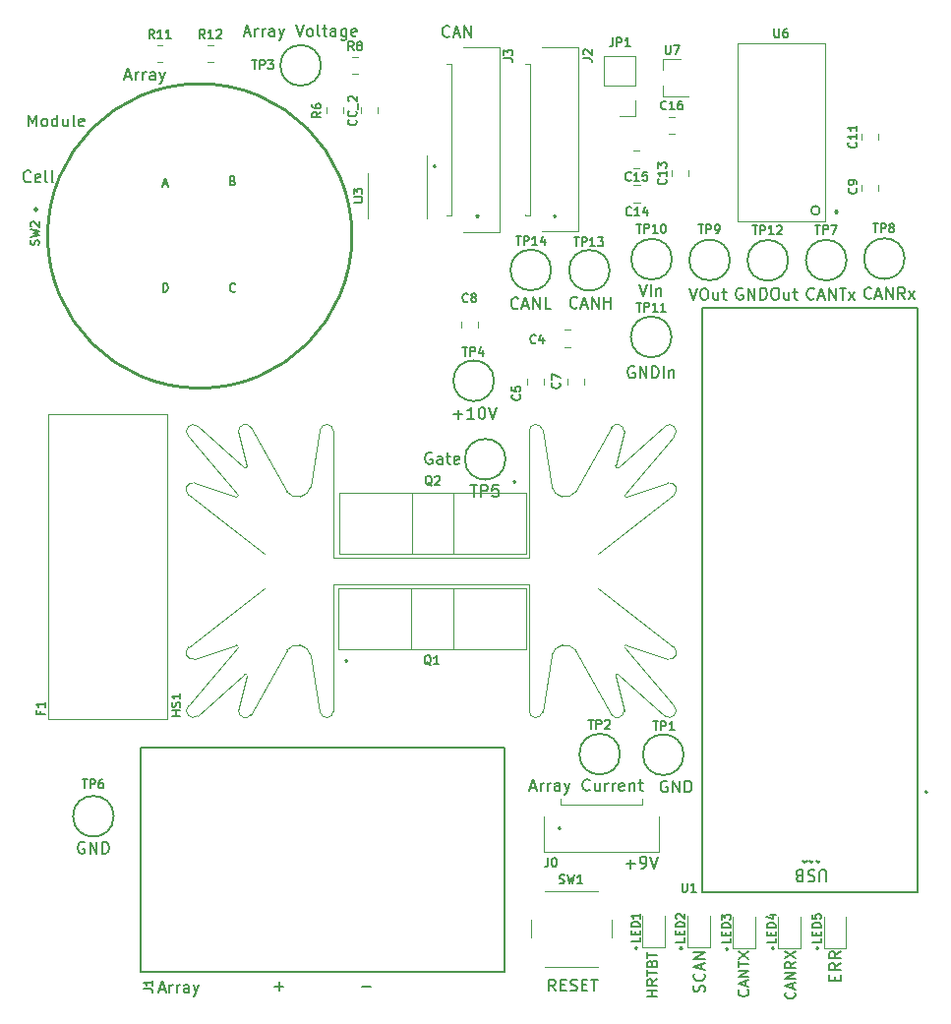
<source format=gbr>
%TF.GenerationSoftware,KiCad,Pcbnew,5.1.7-a382d34a8~88~ubuntu18.04.1*%
%TF.CreationDate,2020-12-16T11:34:57-06:00*%
%TF.ProjectId,IV Curve Tracer,49562043-7572-4766-9520-547261636572,1.1*%
%TF.SameCoordinates,Original*%
%TF.FileFunction,Legend,Top*%
%TF.FilePolarity,Positive*%
%FSLAX46Y46*%
G04 Gerber Fmt 4.6, Leading zero omitted, Abs format (unit mm)*
G04 Created by KiCad (PCBNEW 5.1.7-a382d34a8~88~ubuntu18.04.1) date 2020-12-16 11:34:57*
%MOMM*%
%LPD*%
G01*
G04 APERTURE LIST*
%ADD10C,0.250000*%
%ADD11C,0.150000*%
%ADD12C,0.120000*%
%ADD13C,0.254000*%
%ADD14C,0.152400*%
%ADD15C,0.127000*%
%ADD16C,0.200000*%
G04 APERTURE END LIST*
D10*
X55680000Y-33077142D02*
X55727619Y-33124761D01*
X55680000Y-33172380D01*
X55632380Y-33124761D01*
X55680000Y-33077142D01*
X55680000Y-33172380D01*
X66030000Y-37347142D02*
X66077619Y-37394761D01*
X66030000Y-37442380D01*
X65982380Y-37394761D01*
X66030000Y-37347142D01*
X66030000Y-37442380D01*
X59370000Y-37347142D02*
X59417619Y-37394761D01*
X59370000Y-37442380D01*
X59322380Y-37394761D01*
X59370000Y-37347142D01*
X59370000Y-37442380D01*
X90270000Y-36987142D02*
X90317619Y-37034761D01*
X90270000Y-37082380D01*
X90222380Y-37034761D01*
X90270000Y-36987142D01*
X90270000Y-37082380D01*
X62560000Y-60227142D02*
X62607619Y-60274761D01*
X62560000Y-60322380D01*
X62512380Y-60274761D01*
X62560000Y-60227142D01*
X62560000Y-60322380D01*
X48080000Y-75607142D02*
X48127619Y-75654761D01*
X48080000Y-75702380D01*
X48032380Y-75654761D01*
X48080000Y-75607142D01*
X48080000Y-75702380D01*
X88640000Y-100377142D02*
X88687619Y-100424761D01*
X88640000Y-100472380D01*
X88592380Y-100424761D01*
X88640000Y-100377142D01*
X88640000Y-100472380D01*
X84780000Y-100397142D02*
X84827619Y-100444761D01*
X84780000Y-100492380D01*
X84732380Y-100444761D01*
X84780000Y-100397142D01*
X84780000Y-100492380D01*
X80840000Y-100427142D02*
X80887619Y-100474761D01*
X80840000Y-100522380D01*
X80792380Y-100474761D01*
X80840000Y-100427142D01*
X80840000Y-100522380D01*
X76890000Y-100397142D02*
X76937619Y-100444761D01*
X76890000Y-100492380D01*
X76842380Y-100444761D01*
X76890000Y-100397142D01*
X76890000Y-100492380D01*
X73020000Y-100357142D02*
X73067619Y-100404761D01*
X73020000Y-100452380D01*
X72972380Y-100404761D01*
X73020000Y-100357142D01*
X73020000Y-100452380D01*
X66430000Y-90067142D02*
X66477619Y-90114761D01*
X66430000Y-90162380D01*
X66382380Y-90114761D01*
X66430000Y-90067142D01*
X66430000Y-90162380D01*
D11*
X72204285Y-93171428D02*
X72966190Y-93171428D01*
X72585238Y-93552380D02*
X72585238Y-92790476D01*
X73490000Y-93552380D02*
X73680476Y-93552380D01*
X73775714Y-93504761D01*
X73823333Y-93457142D01*
X73918571Y-93314285D01*
X73966190Y-93123809D01*
X73966190Y-92742857D01*
X73918571Y-92647619D01*
X73870952Y-92600000D01*
X73775714Y-92552380D01*
X73585238Y-92552380D01*
X73490000Y-92600000D01*
X73442380Y-92647619D01*
X73394761Y-92742857D01*
X73394761Y-92980952D01*
X73442380Y-93076190D01*
X73490000Y-93123809D01*
X73585238Y-93171428D01*
X73775714Y-93171428D01*
X73870952Y-93123809D01*
X73918571Y-93076190D01*
X73966190Y-92980952D01*
X74251904Y-92552380D02*
X74585238Y-93552380D01*
X74918571Y-92552380D01*
X49489047Y-103771428D02*
X50250952Y-103771428D01*
X41929047Y-103751428D02*
X42690952Y-103751428D01*
X42310000Y-104132380D02*
X42310000Y-103370476D01*
X86691428Y-104237142D02*
X86734285Y-104280000D01*
X86777142Y-104408571D01*
X86777142Y-104494285D01*
X86734285Y-104622857D01*
X86648571Y-104708571D01*
X86562857Y-104751428D01*
X86391428Y-104794285D01*
X86262857Y-104794285D01*
X86091428Y-104751428D01*
X86005714Y-104708571D01*
X85920000Y-104622857D01*
X85877142Y-104494285D01*
X85877142Y-104408571D01*
X85920000Y-104280000D01*
X85962857Y-104237142D01*
X86520000Y-103894285D02*
X86520000Y-103465714D01*
X86777142Y-103980000D02*
X85877142Y-103680000D01*
X86777142Y-103380000D01*
X86777142Y-103080000D02*
X85877142Y-103080000D01*
X86777142Y-102565714D01*
X85877142Y-102565714D01*
X86777142Y-101622857D02*
X86348571Y-101922857D01*
X86777142Y-102137142D02*
X85877142Y-102137142D01*
X85877142Y-101794285D01*
X85920000Y-101708571D01*
X85962857Y-101665714D01*
X86048571Y-101622857D01*
X86177142Y-101622857D01*
X86262857Y-101665714D01*
X86305714Y-101708571D01*
X86348571Y-101794285D01*
X86348571Y-102137142D01*
X85877142Y-101322857D02*
X86777142Y-100722857D01*
X85877142Y-100722857D02*
X86777142Y-101322857D01*
X90158571Y-103204285D02*
X90158571Y-102870952D01*
X90682380Y-102728095D02*
X90682380Y-103204285D01*
X89682380Y-103204285D01*
X89682380Y-102728095D01*
X90682380Y-101728095D02*
X90206190Y-102061428D01*
X90682380Y-102299523D02*
X89682380Y-102299523D01*
X89682380Y-101918571D01*
X89730000Y-101823333D01*
X89777619Y-101775714D01*
X89872857Y-101728095D01*
X90015714Y-101728095D01*
X90110952Y-101775714D01*
X90158571Y-101823333D01*
X90206190Y-101918571D01*
X90206190Y-102299523D01*
X90682380Y-100728095D02*
X90206190Y-101061428D01*
X90682380Y-101299523D02*
X89682380Y-101299523D01*
X89682380Y-100918571D01*
X89730000Y-100823333D01*
X89777619Y-100775714D01*
X89872857Y-100728095D01*
X90015714Y-100728095D01*
X90110952Y-100775714D01*
X90158571Y-100823333D01*
X90206190Y-100918571D01*
X90206190Y-101299523D01*
X82661428Y-104040000D02*
X82704285Y-104082857D01*
X82747142Y-104211428D01*
X82747142Y-104297142D01*
X82704285Y-104425714D01*
X82618571Y-104511428D01*
X82532857Y-104554285D01*
X82361428Y-104597142D01*
X82232857Y-104597142D01*
X82061428Y-104554285D01*
X81975714Y-104511428D01*
X81890000Y-104425714D01*
X81847142Y-104297142D01*
X81847142Y-104211428D01*
X81890000Y-104082857D01*
X81932857Y-104040000D01*
X82490000Y-103697142D02*
X82490000Y-103268571D01*
X82747142Y-103782857D02*
X81847142Y-103482857D01*
X82747142Y-103182857D01*
X82747142Y-102882857D02*
X81847142Y-102882857D01*
X82747142Y-102368571D01*
X81847142Y-102368571D01*
X81847142Y-102068571D02*
X81847142Y-101554285D01*
X82747142Y-101811428D02*
X81847142Y-101811428D01*
X81847142Y-101340000D02*
X82747142Y-100740000D01*
X81847142Y-100740000D02*
X82747142Y-101340000D01*
X78944761Y-104208095D02*
X78992380Y-104065238D01*
X78992380Y-103827142D01*
X78944761Y-103731904D01*
X78897142Y-103684285D01*
X78801904Y-103636666D01*
X78706666Y-103636666D01*
X78611428Y-103684285D01*
X78563809Y-103731904D01*
X78516190Y-103827142D01*
X78468571Y-104017619D01*
X78420952Y-104112857D01*
X78373333Y-104160476D01*
X78278095Y-104208095D01*
X78182857Y-104208095D01*
X78087619Y-104160476D01*
X78040000Y-104112857D01*
X77992380Y-104017619D01*
X77992380Y-103779523D01*
X78040000Y-103636666D01*
X78897142Y-102636666D02*
X78944761Y-102684285D01*
X78992380Y-102827142D01*
X78992380Y-102922380D01*
X78944761Y-103065238D01*
X78849523Y-103160476D01*
X78754285Y-103208095D01*
X78563809Y-103255714D01*
X78420952Y-103255714D01*
X78230476Y-103208095D01*
X78135238Y-103160476D01*
X78040000Y-103065238D01*
X77992380Y-102922380D01*
X77992380Y-102827142D01*
X78040000Y-102684285D01*
X78087619Y-102636666D01*
X78706666Y-102255714D02*
X78706666Y-101779523D01*
X78992380Y-102350952D02*
X77992380Y-102017619D01*
X78992380Y-101684285D01*
X78992380Y-101350952D02*
X77992380Y-101350952D01*
X78992380Y-100779523D01*
X77992380Y-100779523D01*
X74897142Y-104572857D02*
X73997142Y-104572857D01*
X74425714Y-104572857D02*
X74425714Y-104058571D01*
X74897142Y-104058571D02*
X73997142Y-104058571D01*
X74897142Y-103115714D02*
X74468571Y-103415714D01*
X74897142Y-103630000D02*
X73997142Y-103630000D01*
X73997142Y-103287142D01*
X74040000Y-103201428D01*
X74082857Y-103158571D01*
X74168571Y-103115714D01*
X74297142Y-103115714D01*
X74382857Y-103158571D01*
X74425714Y-103201428D01*
X74468571Y-103287142D01*
X74468571Y-103630000D01*
X73997142Y-102858571D02*
X73997142Y-102344285D01*
X74897142Y-102601428D02*
X73997142Y-102601428D01*
X74425714Y-101744285D02*
X74468571Y-101615714D01*
X74511428Y-101572857D01*
X74597142Y-101530000D01*
X74725714Y-101530000D01*
X74811428Y-101572857D01*
X74854285Y-101615714D01*
X74897142Y-101701428D01*
X74897142Y-102044285D01*
X73997142Y-102044285D01*
X73997142Y-101744285D01*
X74040000Y-101658571D01*
X74082857Y-101615714D01*
X74168571Y-101572857D01*
X74254285Y-101572857D01*
X74340000Y-101615714D01*
X74382857Y-101658571D01*
X74425714Y-101744285D01*
X74425714Y-102044285D01*
X73997142Y-101272857D02*
X73997142Y-100758571D01*
X74897142Y-101015714D02*
X73997142Y-101015714D01*
X62922380Y-45347142D02*
X62874761Y-45394761D01*
X62731904Y-45442380D01*
X62636666Y-45442380D01*
X62493809Y-45394761D01*
X62398571Y-45299523D01*
X62350952Y-45204285D01*
X62303333Y-45013809D01*
X62303333Y-44870952D01*
X62350952Y-44680476D01*
X62398571Y-44585238D01*
X62493809Y-44490000D01*
X62636666Y-44442380D01*
X62731904Y-44442380D01*
X62874761Y-44490000D01*
X62922380Y-44537619D01*
X63303333Y-45156666D02*
X63779523Y-45156666D01*
X63208095Y-45442380D02*
X63541428Y-44442380D01*
X63874761Y-45442380D01*
X64208095Y-45442380D02*
X64208095Y-44442380D01*
X64779523Y-45442380D01*
X64779523Y-44442380D01*
X65731904Y-45442380D02*
X65255714Y-45442380D01*
X65255714Y-44442380D01*
X67993333Y-45287142D02*
X67945714Y-45334761D01*
X67802857Y-45382380D01*
X67707619Y-45382380D01*
X67564761Y-45334761D01*
X67469523Y-45239523D01*
X67421904Y-45144285D01*
X67374285Y-44953809D01*
X67374285Y-44810952D01*
X67421904Y-44620476D01*
X67469523Y-44525238D01*
X67564761Y-44430000D01*
X67707619Y-44382380D01*
X67802857Y-44382380D01*
X67945714Y-44430000D01*
X67993333Y-44477619D01*
X68374285Y-45096666D02*
X68850476Y-45096666D01*
X68279047Y-45382380D02*
X68612380Y-44382380D01*
X68945714Y-45382380D01*
X69279047Y-45382380D02*
X69279047Y-44382380D01*
X69850476Y-45382380D01*
X69850476Y-44382380D01*
X70326666Y-45382380D02*
X70326666Y-44382380D01*
X70326666Y-44858571D02*
X70898095Y-44858571D01*
X70898095Y-45382380D02*
X70898095Y-44382380D01*
X73336190Y-43332380D02*
X73669523Y-44332380D01*
X74002857Y-43332380D01*
X74336190Y-44332380D02*
X74336190Y-43332380D01*
X74812380Y-43665714D02*
X74812380Y-44332380D01*
X74812380Y-43760952D02*
X74860000Y-43713333D01*
X74955238Y-43665714D01*
X75098095Y-43665714D01*
X75193333Y-43713333D01*
X75240952Y-43808571D01*
X75240952Y-44332380D01*
X77654761Y-43652380D02*
X77988095Y-44652380D01*
X78321428Y-43652380D01*
X78845238Y-43652380D02*
X79035714Y-43652380D01*
X79130952Y-43700000D01*
X79226190Y-43795238D01*
X79273809Y-43985714D01*
X79273809Y-44319047D01*
X79226190Y-44509523D01*
X79130952Y-44604761D01*
X79035714Y-44652380D01*
X78845238Y-44652380D01*
X78750000Y-44604761D01*
X78654761Y-44509523D01*
X78607142Y-44319047D01*
X78607142Y-43985714D01*
X78654761Y-43795238D01*
X78750000Y-43700000D01*
X78845238Y-43652380D01*
X80130952Y-43985714D02*
X80130952Y-44652380D01*
X79702380Y-43985714D02*
X79702380Y-44509523D01*
X79750000Y-44604761D01*
X79845238Y-44652380D01*
X79988095Y-44652380D01*
X80083333Y-44604761D01*
X80130952Y-44557142D01*
X80464285Y-43985714D02*
X80845238Y-43985714D01*
X80607142Y-43652380D02*
X80607142Y-44509523D01*
X80654761Y-44604761D01*
X80750000Y-44652380D01*
X80845238Y-44652380D01*
X82236190Y-43670000D02*
X82140952Y-43622380D01*
X81998095Y-43622380D01*
X81855238Y-43670000D01*
X81760000Y-43765238D01*
X81712380Y-43860476D01*
X81664761Y-44050952D01*
X81664761Y-44193809D01*
X81712380Y-44384285D01*
X81760000Y-44479523D01*
X81855238Y-44574761D01*
X81998095Y-44622380D01*
X82093333Y-44622380D01*
X82236190Y-44574761D01*
X82283809Y-44527142D01*
X82283809Y-44193809D01*
X82093333Y-44193809D01*
X82712380Y-44622380D02*
X82712380Y-43622380D01*
X83283809Y-44622380D01*
X83283809Y-43622380D01*
X83760000Y-44622380D02*
X83760000Y-43622380D01*
X83998095Y-43622380D01*
X84140952Y-43670000D01*
X84236190Y-43765238D01*
X84283809Y-43860476D01*
X84331428Y-44050952D01*
X84331428Y-44193809D01*
X84283809Y-44384285D01*
X84236190Y-44479523D01*
X84140952Y-44574761D01*
X83998095Y-44622380D01*
X83760000Y-44622380D01*
X84950476Y-43622380D02*
X85140952Y-43622380D01*
X85236190Y-43670000D01*
X85331428Y-43765238D01*
X85379047Y-43955714D01*
X85379047Y-44289047D01*
X85331428Y-44479523D01*
X85236190Y-44574761D01*
X85140952Y-44622380D01*
X84950476Y-44622380D01*
X84855238Y-44574761D01*
X84760000Y-44479523D01*
X84712380Y-44289047D01*
X84712380Y-43955714D01*
X84760000Y-43765238D01*
X84855238Y-43670000D01*
X84950476Y-43622380D01*
X86236190Y-43955714D02*
X86236190Y-44622380D01*
X85807619Y-43955714D02*
X85807619Y-44479523D01*
X85855238Y-44574761D01*
X85950476Y-44622380D01*
X86093333Y-44622380D01*
X86188571Y-44574761D01*
X86236190Y-44527142D01*
X86569523Y-43955714D02*
X86950476Y-43955714D01*
X86712380Y-43622380D02*
X86712380Y-44479523D01*
X86760000Y-44574761D01*
X86855238Y-44622380D01*
X86950476Y-44622380D01*
X88381428Y-44527142D02*
X88333809Y-44574761D01*
X88190952Y-44622380D01*
X88095714Y-44622380D01*
X87952857Y-44574761D01*
X87857619Y-44479523D01*
X87810000Y-44384285D01*
X87762380Y-44193809D01*
X87762380Y-44050952D01*
X87810000Y-43860476D01*
X87857619Y-43765238D01*
X87952857Y-43670000D01*
X88095714Y-43622380D01*
X88190952Y-43622380D01*
X88333809Y-43670000D01*
X88381428Y-43717619D01*
X88762380Y-44336666D02*
X89238571Y-44336666D01*
X88667142Y-44622380D02*
X89000476Y-43622380D01*
X89333809Y-44622380D01*
X89667142Y-44622380D02*
X89667142Y-43622380D01*
X90238571Y-44622380D01*
X90238571Y-43622380D01*
X90571904Y-43622380D02*
X91143333Y-43622380D01*
X90857619Y-44622380D02*
X90857619Y-43622380D01*
X91381428Y-44622380D02*
X91905238Y-43955714D01*
X91381428Y-43955714D02*
X91905238Y-44622380D01*
X93312380Y-44477142D02*
X93264761Y-44524761D01*
X93121904Y-44572380D01*
X93026666Y-44572380D01*
X92883809Y-44524761D01*
X92788571Y-44429523D01*
X92740952Y-44334285D01*
X92693333Y-44143809D01*
X92693333Y-44000952D01*
X92740952Y-43810476D01*
X92788571Y-43715238D01*
X92883809Y-43620000D01*
X93026666Y-43572380D01*
X93121904Y-43572380D01*
X93264761Y-43620000D01*
X93312380Y-43667619D01*
X93693333Y-44286666D02*
X94169523Y-44286666D01*
X93598095Y-44572380D02*
X93931428Y-43572380D01*
X94264761Y-44572380D01*
X94598095Y-44572380D02*
X94598095Y-43572380D01*
X95169523Y-44572380D01*
X95169523Y-43572380D01*
X96217142Y-44572380D02*
X95883809Y-44096190D01*
X95645714Y-44572380D02*
X95645714Y-43572380D01*
X96026666Y-43572380D01*
X96121904Y-43620000D01*
X96169523Y-43667619D01*
X96217142Y-43762857D01*
X96217142Y-43905714D01*
X96169523Y-44000952D01*
X96121904Y-44048571D01*
X96026666Y-44096190D01*
X95645714Y-44096190D01*
X96550476Y-44572380D02*
X97074285Y-43905714D01*
X96550476Y-43905714D02*
X97074285Y-44572380D01*
X72907619Y-50400000D02*
X72812380Y-50352380D01*
X72669523Y-50352380D01*
X72526666Y-50400000D01*
X72431428Y-50495238D01*
X72383809Y-50590476D01*
X72336190Y-50780952D01*
X72336190Y-50923809D01*
X72383809Y-51114285D01*
X72431428Y-51209523D01*
X72526666Y-51304761D01*
X72669523Y-51352380D01*
X72764761Y-51352380D01*
X72907619Y-51304761D01*
X72955238Y-51257142D01*
X72955238Y-50923809D01*
X72764761Y-50923809D01*
X73383809Y-51352380D02*
X73383809Y-50352380D01*
X73955238Y-51352380D01*
X73955238Y-50352380D01*
X74431428Y-51352380D02*
X74431428Y-50352380D01*
X74669523Y-50352380D01*
X74812380Y-50400000D01*
X74907619Y-50495238D01*
X74955238Y-50590476D01*
X75002857Y-50780952D01*
X75002857Y-50923809D01*
X74955238Y-51114285D01*
X74907619Y-51209523D01*
X74812380Y-51304761D01*
X74669523Y-51352380D01*
X74431428Y-51352380D01*
X75431428Y-51352380D02*
X75431428Y-50352380D01*
X75907619Y-50685714D02*
X75907619Y-51352380D01*
X75907619Y-50780952D02*
X75955238Y-50733333D01*
X76050476Y-50685714D01*
X76193333Y-50685714D01*
X76288571Y-50733333D01*
X76336190Y-50828571D01*
X76336190Y-51352380D01*
X29079523Y-25426666D02*
X29555714Y-25426666D01*
X28984285Y-25712380D02*
X29317619Y-24712380D01*
X29650952Y-25712380D01*
X29984285Y-25712380D02*
X29984285Y-25045714D01*
X29984285Y-25236190D02*
X30031904Y-25140952D01*
X30079523Y-25093333D01*
X30174761Y-25045714D01*
X30270000Y-25045714D01*
X30603333Y-25712380D02*
X30603333Y-25045714D01*
X30603333Y-25236190D02*
X30650952Y-25140952D01*
X30698571Y-25093333D01*
X30793809Y-25045714D01*
X30889047Y-25045714D01*
X31650952Y-25712380D02*
X31650952Y-25188571D01*
X31603333Y-25093333D01*
X31508095Y-25045714D01*
X31317619Y-25045714D01*
X31222380Y-25093333D01*
X31650952Y-25664761D02*
X31555714Y-25712380D01*
X31317619Y-25712380D01*
X31222380Y-25664761D01*
X31174761Y-25569523D01*
X31174761Y-25474285D01*
X31222380Y-25379047D01*
X31317619Y-25331428D01*
X31555714Y-25331428D01*
X31650952Y-25283809D01*
X32031904Y-25045714D02*
X32270000Y-25712380D01*
X32508095Y-25045714D02*
X32270000Y-25712380D01*
X32174761Y-25950476D01*
X32127142Y-25998095D01*
X32031904Y-26045714D01*
X20947142Y-34417142D02*
X20899523Y-34464761D01*
X20756666Y-34512380D01*
X20661428Y-34512380D01*
X20518571Y-34464761D01*
X20423333Y-34369523D01*
X20375714Y-34274285D01*
X20328095Y-34083809D01*
X20328095Y-33940952D01*
X20375714Y-33750476D01*
X20423333Y-33655238D01*
X20518571Y-33560000D01*
X20661428Y-33512380D01*
X20756666Y-33512380D01*
X20899523Y-33560000D01*
X20947142Y-33607619D01*
X21756666Y-34464761D02*
X21661428Y-34512380D01*
X21470952Y-34512380D01*
X21375714Y-34464761D01*
X21328095Y-34369523D01*
X21328095Y-33988571D01*
X21375714Y-33893333D01*
X21470952Y-33845714D01*
X21661428Y-33845714D01*
X21756666Y-33893333D01*
X21804285Y-33988571D01*
X21804285Y-34083809D01*
X21328095Y-34179047D01*
X22375714Y-34512380D02*
X22280476Y-34464761D01*
X22232857Y-34369523D01*
X22232857Y-33512380D01*
X22899523Y-34512380D02*
X22804285Y-34464761D01*
X22756666Y-34369523D01*
X22756666Y-33512380D01*
X20769047Y-29702380D02*
X20769047Y-28702380D01*
X21102380Y-29416666D01*
X21435714Y-28702380D01*
X21435714Y-29702380D01*
X22054761Y-29702380D02*
X21959523Y-29654761D01*
X21911904Y-29607142D01*
X21864285Y-29511904D01*
X21864285Y-29226190D01*
X21911904Y-29130952D01*
X21959523Y-29083333D01*
X22054761Y-29035714D01*
X22197619Y-29035714D01*
X22292857Y-29083333D01*
X22340476Y-29130952D01*
X22388095Y-29226190D01*
X22388095Y-29511904D01*
X22340476Y-29607142D01*
X22292857Y-29654761D01*
X22197619Y-29702380D01*
X22054761Y-29702380D01*
X23245238Y-29702380D02*
X23245238Y-28702380D01*
X23245238Y-29654761D02*
X23150000Y-29702380D01*
X22959523Y-29702380D01*
X22864285Y-29654761D01*
X22816666Y-29607142D01*
X22769047Y-29511904D01*
X22769047Y-29226190D01*
X22816666Y-29130952D01*
X22864285Y-29083333D01*
X22959523Y-29035714D01*
X23150000Y-29035714D01*
X23245238Y-29083333D01*
X24150000Y-29035714D02*
X24150000Y-29702380D01*
X23721428Y-29035714D02*
X23721428Y-29559523D01*
X23769047Y-29654761D01*
X23864285Y-29702380D01*
X24007142Y-29702380D01*
X24102380Y-29654761D01*
X24150000Y-29607142D01*
X24769047Y-29702380D02*
X24673809Y-29654761D01*
X24626190Y-29559523D01*
X24626190Y-28702380D01*
X25530952Y-29654761D02*
X25435714Y-29702380D01*
X25245238Y-29702380D01*
X25150000Y-29654761D01*
X25102380Y-29559523D01*
X25102380Y-29178571D01*
X25150000Y-29083333D01*
X25245238Y-29035714D01*
X25435714Y-29035714D01*
X25530952Y-29083333D01*
X25578571Y-29178571D01*
X25578571Y-29273809D01*
X25102380Y-29369047D01*
X63930476Y-86616666D02*
X64406666Y-86616666D01*
X63835238Y-86902380D02*
X64168571Y-85902380D01*
X64501904Y-86902380D01*
X64835238Y-86902380D02*
X64835238Y-86235714D01*
X64835238Y-86426190D02*
X64882857Y-86330952D01*
X64930476Y-86283333D01*
X65025714Y-86235714D01*
X65120952Y-86235714D01*
X65454285Y-86902380D02*
X65454285Y-86235714D01*
X65454285Y-86426190D02*
X65501904Y-86330952D01*
X65549523Y-86283333D01*
X65644761Y-86235714D01*
X65740000Y-86235714D01*
X66501904Y-86902380D02*
X66501904Y-86378571D01*
X66454285Y-86283333D01*
X66359047Y-86235714D01*
X66168571Y-86235714D01*
X66073333Y-86283333D01*
X66501904Y-86854761D02*
X66406666Y-86902380D01*
X66168571Y-86902380D01*
X66073333Y-86854761D01*
X66025714Y-86759523D01*
X66025714Y-86664285D01*
X66073333Y-86569047D01*
X66168571Y-86521428D01*
X66406666Y-86521428D01*
X66501904Y-86473809D01*
X66882857Y-86235714D02*
X67120952Y-86902380D01*
X67359047Y-86235714D02*
X67120952Y-86902380D01*
X67025714Y-87140476D01*
X66978095Y-87188095D01*
X66882857Y-87235714D01*
X69073333Y-86807142D02*
X69025714Y-86854761D01*
X68882857Y-86902380D01*
X68787619Y-86902380D01*
X68644761Y-86854761D01*
X68549523Y-86759523D01*
X68501904Y-86664285D01*
X68454285Y-86473809D01*
X68454285Y-86330952D01*
X68501904Y-86140476D01*
X68549523Y-86045238D01*
X68644761Y-85950000D01*
X68787619Y-85902380D01*
X68882857Y-85902380D01*
X69025714Y-85950000D01*
X69073333Y-85997619D01*
X69930476Y-86235714D02*
X69930476Y-86902380D01*
X69501904Y-86235714D02*
X69501904Y-86759523D01*
X69549523Y-86854761D01*
X69644761Y-86902380D01*
X69787619Y-86902380D01*
X69882857Y-86854761D01*
X69930476Y-86807142D01*
X70406666Y-86902380D02*
X70406666Y-86235714D01*
X70406666Y-86426190D02*
X70454285Y-86330952D01*
X70501904Y-86283333D01*
X70597142Y-86235714D01*
X70692380Y-86235714D01*
X71025714Y-86902380D02*
X71025714Y-86235714D01*
X71025714Y-86426190D02*
X71073333Y-86330952D01*
X71120952Y-86283333D01*
X71216190Y-86235714D01*
X71311428Y-86235714D01*
X72025714Y-86854761D02*
X71930476Y-86902380D01*
X71740000Y-86902380D01*
X71644761Y-86854761D01*
X71597142Y-86759523D01*
X71597142Y-86378571D01*
X71644761Y-86283333D01*
X71740000Y-86235714D01*
X71930476Y-86235714D01*
X72025714Y-86283333D01*
X72073333Y-86378571D01*
X72073333Y-86473809D01*
X71597142Y-86569047D01*
X72501904Y-86235714D02*
X72501904Y-86902380D01*
X72501904Y-86330952D02*
X72549523Y-86283333D01*
X72644761Y-86235714D01*
X72787619Y-86235714D01*
X72882857Y-86283333D01*
X72930476Y-86378571D01*
X72930476Y-86902380D01*
X73263809Y-86235714D02*
X73644761Y-86235714D01*
X73406666Y-85902380D02*
X73406666Y-86759523D01*
X73454285Y-86854761D01*
X73549523Y-86902380D01*
X73644761Y-86902380D01*
X75748095Y-86070000D02*
X75652857Y-86022380D01*
X75510000Y-86022380D01*
X75367142Y-86070000D01*
X75271904Y-86165238D01*
X75224285Y-86260476D01*
X75176666Y-86450952D01*
X75176666Y-86593809D01*
X75224285Y-86784285D01*
X75271904Y-86879523D01*
X75367142Y-86974761D01*
X75510000Y-87022380D01*
X75605238Y-87022380D01*
X75748095Y-86974761D01*
X75795714Y-86927142D01*
X75795714Y-86593809D01*
X75605238Y-86593809D01*
X76224285Y-87022380D02*
X76224285Y-86022380D01*
X76795714Y-87022380D01*
X76795714Y-86022380D01*
X77271904Y-87022380D02*
X77271904Y-86022380D01*
X77510000Y-86022380D01*
X77652857Y-86070000D01*
X77748095Y-86165238D01*
X77795714Y-86260476D01*
X77843333Y-86450952D01*
X77843333Y-86593809D01*
X77795714Y-86784285D01*
X77748095Y-86879523D01*
X77652857Y-86974761D01*
X77510000Y-87022380D01*
X77271904Y-87022380D01*
X55475238Y-57820000D02*
X55380000Y-57772380D01*
X55237142Y-57772380D01*
X55094285Y-57820000D01*
X54999047Y-57915238D01*
X54951428Y-58010476D01*
X54903809Y-58200952D01*
X54903809Y-58343809D01*
X54951428Y-58534285D01*
X54999047Y-58629523D01*
X55094285Y-58724761D01*
X55237142Y-58772380D01*
X55332380Y-58772380D01*
X55475238Y-58724761D01*
X55522857Y-58677142D01*
X55522857Y-58343809D01*
X55332380Y-58343809D01*
X56380000Y-58772380D02*
X56380000Y-58248571D01*
X56332380Y-58153333D01*
X56237142Y-58105714D01*
X56046666Y-58105714D01*
X55951428Y-58153333D01*
X56380000Y-58724761D02*
X56284761Y-58772380D01*
X56046666Y-58772380D01*
X55951428Y-58724761D01*
X55903809Y-58629523D01*
X55903809Y-58534285D01*
X55951428Y-58439047D01*
X56046666Y-58391428D01*
X56284761Y-58391428D01*
X56380000Y-58343809D01*
X56713333Y-58105714D02*
X57094285Y-58105714D01*
X56856190Y-57772380D02*
X56856190Y-58629523D01*
X56903809Y-58724761D01*
X56999047Y-58772380D01*
X57094285Y-58772380D01*
X57808571Y-58724761D02*
X57713333Y-58772380D01*
X57522857Y-58772380D01*
X57427619Y-58724761D01*
X57380000Y-58629523D01*
X57380000Y-58248571D01*
X57427619Y-58153333D01*
X57522857Y-58105714D01*
X57713333Y-58105714D01*
X57808571Y-58153333D01*
X57856190Y-58248571D01*
X57856190Y-58343809D01*
X57380000Y-58439047D01*
X57368095Y-54511428D02*
X58130000Y-54511428D01*
X57749047Y-54892380D02*
X57749047Y-54130476D01*
X59130000Y-54892380D02*
X58558571Y-54892380D01*
X58844285Y-54892380D02*
X58844285Y-53892380D01*
X58749047Y-54035238D01*
X58653809Y-54130476D01*
X58558571Y-54178095D01*
X59749047Y-53892380D02*
X59844285Y-53892380D01*
X59939523Y-53940000D01*
X59987142Y-53987619D01*
X60034761Y-54082857D01*
X60082380Y-54273333D01*
X60082380Y-54511428D01*
X60034761Y-54701904D01*
X59987142Y-54797142D01*
X59939523Y-54844761D01*
X59844285Y-54892380D01*
X59749047Y-54892380D01*
X59653809Y-54844761D01*
X59606190Y-54797142D01*
X59558571Y-54701904D01*
X59510952Y-54511428D01*
X59510952Y-54273333D01*
X59558571Y-54082857D01*
X59606190Y-53987619D01*
X59653809Y-53940000D01*
X59749047Y-53892380D01*
X60368095Y-53892380D02*
X60701428Y-54892380D01*
X61034761Y-53892380D01*
X57007142Y-21937142D02*
X56959523Y-21984761D01*
X56816666Y-22032380D01*
X56721428Y-22032380D01*
X56578571Y-21984761D01*
X56483333Y-21889523D01*
X56435714Y-21794285D01*
X56388095Y-21603809D01*
X56388095Y-21460952D01*
X56435714Y-21270476D01*
X56483333Y-21175238D01*
X56578571Y-21080000D01*
X56721428Y-21032380D01*
X56816666Y-21032380D01*
X56959523Y-21080000D01*
X57007142Y-21127619D01*
X57388095Y-21746666D02*
X57864285Y-21746666D01*
X57292857Y-22032380D02*
X57626190Y-21032380D01*
X57959523Y-22032380D01*
X58292857Y-22032380D02*
X58292857Y-21032380D01*
X58864285Y-22032380D01*
X58864285Y-21032380D01*
X39356666Y-21666666D02*
X39832857Y-21666666D01*
X39261428Y-21952380D02*
X39594761Y-20952380D01*
X39928095Y-21952380D01*
X40261428Y-21952380D02*
X40261428Y-21285714D01*
X40261428Y-21476190D02*
X40309047Y-21380952D01*
X40356666Y-21333333D01*
X40451904Y-21285714D01*
X40547142Y-21285714D01*
X40880476Y-21952380D02*
X40880476Y-21285714D01*
X40880476Y-21476190D02*
X40928095Y-21380952D01*
X40975714Y-21333333D01*
X41070952Y-21285714D01*
X41166190Y-21285714D01*
X41928095Y-21952380D02*
X41928095Y-21428571D01*
X41880476Y-21333333D01*
X41785238Y-21285714D01*
X41594761Y-21285714D01*
X41499523Y-21333333D01*
X41928095Y-21904761D02*
X41832857Y-21952380D01*
X41594761Y-21952380D01*
X41499523Y-21904761D01*
X41451904Y-21809523D01*
X41451904Y-21714285D01*
X41499523Y-21619047D01*
X41594761Y-21571428D01*
X41832857Y-21571428D01*
X41928095Y-21523809D01*
X42309047Y-21285714D02*
X42547142Y-21952380D01*
X42785238Y-21285714D02*
X42547142Y-21952380D01*
X42451904Y-22190476D01*
X42404285Y-22238095D01*
X42309047Y-22285714D01*
X43785238Y-20952380D02*
X44118571Y-21952380D01*
X44451904Y-20952380D01*
X44928095Y-21952380D02*
X44832857Y-21904761D01*
X44785238Y-21857142D01*
X44737619Y-21761904D01*
X44737619Y-21476190D01*
X44785238Y-21380952D01*
X44832857Y-21333333D01*
X44928095Y-21285714D01*
X45070952Y-21285714D01*
X45166190Y-21333333D01*
X45213809Y-21380952D01*
X45261428Y-21476190D01*
X45261428Y-21761904D01*
X45213809Y-21857142D01*
X45166190Y-21904761D01*
X45070952Y-21952380D01*
X44928095Y-21952380D01*
X45832857Y-21952380D02*
X45737619Y-21904761D01*
X45690000Y-21809523D01*
X45690000Y-20952380D01*
X46070952Y-21285714D02*
X46451904Y-21285714D01*
X46213809Y-20952380D02*
X46213809Y-21809523D01*
X46261428Y-21904761D01*
X46356666Y-21952380D01*
X46451904Y-21952380D01*
X47213809Y-21952380D02*
X47213809Y-21428571D01*
X47166190Y-21333333D01*
X47070952Y-21285714D01*
X46880476Y-21285714D01*
X46785238Y-21333333D01*
X47213809Y-21904761D02*
X47118571Y-21952380D01*
X46880476Y-21952380D01*
X46785238Y-21904761D01*
X46737619Y-21809523D01*
X46737619Y-21714285D01*
X46785238Y-21619047D01*
X46880476Y-21571428D01*
X47118571Y-21571428D01*
X47213809Y-21523809D01*
X48118571Y-21285714D02*
X48118571Y-22095238D01*
X48070952Y-22190476D01*
X48023333Y-22238095D01*
X47928095Y-22285714D01*
X47785238Y-22285714D01*
X47690000Y-22238095D01*
X48118571Y-21904761D02*
X48023333Y-21952380D01*
X47832857Y-21952380D01*
X47737619Y-21904761D01*
X47690000Y-21857142D01*
X47642380Y-21761904D01*
X47642380Y-21476190D01*
X47690000Y-21380952D01*
X47737619Y-21333333D01*
X47832857Y-21285714D01*
X48023333Y-21285714D01*
X48118571Y-21333333D01*
X48975714Y-21904761D02*
X48880476Y-21952380D01*
X48690000Y-21952380D01*
X48594761Y-21904761D01*
X48547142Y-21809523D01*
X48547142Y-21428571D01*
X48594761Y-21333333D01*
X48690000Y-21285714D01*
X48880476Y-21285714D01*
X48975714Y-21333333D01*
X49023333Y-21428571D01*
X49023333Y-21523809D01*
X48547142Y-21619047D01*
X25578095Y-91340000D02*
X25482857Y-91292380D01*
X25340000Y-91292380D01*
X25197142Y-91340000D01*
X25101904Y-91435238D01*
X25054285Y-91530476D01*
X25006666Y-91720952D01*
X25006666Y-91863809D01*
X25054285Y-92054285D01*
X25101904Y-92149523D01*
X25197142Y-92244761D01*
X25340000Y-92292380D01*
X25435238Y-92292380D01*
X25578095Y-92244761D01*
X25625714Y-92197142D01*
X25625714Y-91863809D01*
X25435238Y-91863809D01*
X26054285Y-92292380D02*
X26054285Y-91292380D01*
X26625714Y-92292380D01*
X26625714Y-91292380D01*
X27101904Y-92292380D02*
X27101904Y-91292380D01*
X27340000Y-91292380D01*
X27482857Y-91340000D01*
X27578095Y-91435238D01*
X27625714Y-91530476D01*
X27673333Y-91720952D01*
X27673333Y-91863809D01*
X27625714Y-92054285D01*
X27578095Y-92149523D01*
X27482857Y-92244761D01*
X27340000Y-92292380D01*
X27101904Y-92292380D01*
X31999523Y-103976666D02*
X32475714Y-103976666D01*
X31904285Y-104262380D02*
X32237619Y-103262380D01*
X32570952Y-104262380D01*
X32904285Y-104262380D02*
X32904285Y-103595714D01*
X32904285Y-103786190D02*
X32951904Y-103690952D01*
X32999523Y-103643333D01*
X33094761Y-103595714D01*
X33190000Y-103595714D01*
X33523333Y-104262380D02*
X33523333Y-103595714D01*
X33523333Y-103786190D02*
X33570952Y-103690952D01*
X33618571Y-103643333D01*
X33713809Y-103595714D01*
X33809047Y-103595714D01*
X34570952Y-104262380D02*
X34570952Y-103738571D01*
X34523333Y-103643333D01*
X34428095Y-103595714D01*
X34237619Y-103595714D01*
X34142380Y-103643333D01*
X34570952Y-104214761D02*
X34475714Y-104262380D01*
X34237619Y-104262380D01*
X34142380Y-104214761D01*
X34094761Y-104119523D01*
X34094761Y-104024285D01*
X34142380Y-103929047D01*
X34237619Y-103881428D01*
X34475714Y-103881428D01*
X34570952Y-103833809D01*
X34951904Y-103595714D02*
X35190000Y-104262380D01*
X35428095Y-103595714D02*
X35190000Y-104262380D01*
X35094761Y-104500476D01*
X35047142Y-104548095D01*
X34951904Y-104595714D01*
X66127619Y-104122380D02*
X65794285Y-103646190D01*
X65556190Y-104122380D02*
X65556190Y-103122380D01*
X65937142Y-103122380D01*
X66032380Y-103170000D01*
X66080000Y-103217619D01*
X66127619Y-103312857D01*
X66127619Y-103455714D01*
X66080000Y-103550952D01*
X66032380Y-103598571D01*
X65937142Y-103646190D01*
X65556190Y-103646190D01*
X66556190Y-103598571D02*
X66889523Y-103598571D01*
X67032380Y-104122380D02*
X66556190Y-104122380D01*
X66556190Y-103122380D01*
X67032380Y-103122380D01*
X67413333Y-104074761D02*
X67556190Y-104122380D01*
X67794285Y-104122380D01*
X67889523Y-104074761D01*
X67937142Y-104027142D01*
X67984761Y-103931904D01*
X67984761Y-103836666D01*
X67937142Y-103741428D01*
X67889523Y-103693809D01*
X67794285Y-103646190D01*
X67603809Y-103598571D01*
X67508571Y-103550952D01*
X67460952Y-103503333D01*
X67413333Y-103408095D01*
X67413333Y-103312857D01*
X67460952Y-103217619D01*
X67508571Y-103170000D01*
X67603809Y-103122380D01*
X67841904Y-103122380D01*
X67984761Y-103170000D01*
X68413333Y-103598571D02*
X68746666Y-103598571D01*
X68889523Y-104122380D02*
X68413333Y-104122380D01*
X68413333Y-103122380D01*
X68889523Y-103122380D01*
X69175238Y-103122380D02*
X69746666Y-103122380D01*
X69460952Y-104122380D02*
X69460952Y-103122380D01*
X89431904Y-94702619D02*
X89431904Y-93893095D01*
X89384285Y-93797857D01*
X89336666Y-93750238D01*
X89241428Y-93702619D01*
X89050952Y-93702619D01*
X88955714Y-93750238D01*
X88908095Y-93797857D01*
X88860476Y-93893095D01*
X88860476Y-94702619D01*
X88431904Y-93750238D02*
X88289047Y-93702619D01*
X88050952Y-93702619D01*
X87955714Y-93750238D01*
X87908095Y-93797857D01*
X87860476Y-93893095D01*
X87860476Y-93988333D01*
X87908095Y-94083571D01*
X87955714Y-94131190D01*
X88050952Y-94178809D01*
X88241428Y-94226428D01*
X88336666Y-94274047D01*
X88384285Y-94321666D01*
X88431904Y-94416904D01*
X88431904Y-94512142D01*
X88384285Y-94607380D01*
X88336666Y-94655000D01*
X88241428Y-94702619D01*
X88003333Y-94702619D01*
X87860476Y-94655000D01*
X87098571Y-94226428D02*
X86955714Y-94178809D01*
X86908095Y-94131190D01*
X86860476Y-94035952D01*
X86860476Y-93893095D01*
X86908095Y-93797857D01*
X86955714Y-93750238D01*
X87050952Y-93702619D01*
X87431904Y-93702619D01*
X87431904Y-94702619D01*
X87098571Y-94702619D01*
X87003333Y-94655000D01*
X86955714Y-94607380D01*
X86908095Y-94512142D01*
X86908095Y-94416904D01*
X86955714Y-94321666D01*
X87003333Y-94274047D01*
X87098571Y-94226428D01*
X87431904Y-94226428D01*
X88931904Y-92957380D02*
X88741428Y-93100238D01*
X88550952Y-92957380D01*
X88360476Y-92957380D02*
X88170000Y-93100238D01*
X87979523Y-92957380D01*
X87789047Y-92957380D02*
X87598571Y-93100238D01*
X87408095Y-92957380D01*
%TO.C,TP5*%
X61820000Y-58360000D02*
G75*
G03*
X61820000Y-58360000I-1750000J0D01*
G01*
D12*
%TO.C,HS1*%
X47030000Y-69090000D02*
X55430000Y-69090000D01*
X47030000Y-66870000D02*
X55430000Y-66870000D01*
X34540000Y-61450000D02*
X41050000Y-66460000D01*
X38620000Y-61610000D02*
X35060000Y-60390000D01*
X34540000Y-56410000D02*
X38790000Y-61390000D01*
X34540000Y-79550000D02*
X38790000Y-74570000D01*
X38820000Y-80020000D02*
X39570000Y-77030000D01*
X39320000Y-76880000D02*
X35290000Y-80470000D01*
X39320000Y-59080000D02*
X35290000Y-55490000D01*
X38820000Y-55940000D02*
X39570000Y-58930000D01*
X34540000Y-74510000D02*
X41050000Y-69500000D01*
X38620000Y-74350000D02*
X35060000Y-75570000D01*
X43000000Y-61180000D02*
X39910000Y-55610000D01*
X45850000Y-55820000D02*
X45040000Y-60780000D01*
X47020000Y-55910000D02*
X47030000Y-66870000D01*
X43000000Y-74780000D02*
X39910000Y-80350000D01*
X45850000Y-80140000D02*
X45040000Y-75180000D01*
X47020000Y-80050000D02*
X47030000Y-69090000D01*
X63830000Y-66870000D02*
X55430000Y-66870000D01*
X76320000Y-61450000D02*
X69810000Y-66460000D01*
X72240000Y-61610000D02*
X75800000Y-60390000D01*
X76320000Y-56410000D02*
X72070000Y-61390000D01*
X71540000Y-59080000D02*
X75570000Y-55490000D01*
X72040000Y-55940000D02*
X71290000Y-58930000D01*
X67860000Y-61180000D02*
X70950000Y-55610000D01*
X63840000Y-55910000D02*
X63830000Y-66870000D01*
X65010000Y-55820000D02*
X65820000Y-60780000D01*
X63840000Y-80050000D02*
X63830000Y-69090000D01*
X63830000Y-69090000D02*
X55430000Y-69090000D01*
X65010000Y-80140000D02*
X65820000Y-75180000D01*
X67860000Y-74780000D02*
X70950000Y-80350000D01*
X72040000Y-80020000D02*
X71290000Y-77030000D01*
X71540000Y-76880000D02*
X75570000Y-80470000D01*
X76320000Y-79550000D02*
X72070000Y-74570000D01*
X72240000Y-74350000D02*
X75800000Y-75570000D01*
X76320000Y-74510000D02*
X69810000Y-69500000D01*
X65808725Y-75218423D02*
G75*
G02*
X67860000Y-74790000I1131275J-291577D01*
G01*
X65008367Y-80118285D02*
G75*
G02*
X63840000Y-80020000I-578367J118285D01*
G01*
X72037254Y-80010714D02*
G75*
G02*
X70940000Y-80340000I-607254J30714D01*
G01*
X76313568Y-79549995D02*
G75*
G02*
X75550000Y-80450000I-393568J-440005D01*
G01*
X76312010Y-74509077D02*
G75*
G02*
X75790000Y-75570000I-382010J-470923D01*
G01*
X71292646Y-77053032D02*
G75*
G02*
X71540000Y-76870000I137354J73032D01*
G01*
X72071005Y-74572844D02*
G75*
G02*
X72240000Y-74350000I108995J92844D01*
G01*
X65008495Y-55842341D02*
G75*
G03*
X63840000Y-55940000I-578495J-117659D01*
G01*
X65808489Y-60740662D02*
G75*
G03*
X67860000Y-61170000I1131511J290662D01*
G01*
X71292739Y-58906794D02*
G75*
G03*
X71540000Y-59090000I137261J-73206D01*
G01*
X72071006Y-61387154D02*
G75*
G03*
X72240000Y-61610000I108994J-92846D01*
G01*
X76311246Y-61451542D02*
G75*
G03*
X75790000Y-60390000I-381246J471542D01*
G01*
X72037296Y-55950134D02*
G75*
G03*
X70940000Y-55620000I-607296J-29866D01*
G01*
X76313361Y-56410190D02*
G75*
G03*
X75550000Y-55510000I-393361J440190D01*
G01*
X45051511Y-75219338D02*
G75*
G03*
X43000000Y-74790000I-1131511J-290662D01*
G01*
X45851505Y-80117659D02*
G75*
G03*
X47020000Y-80020000I578495J117659D01*
G01*
X45851633Y-55841715D02*
G75*
G02*
X47020000Y-55940000I578367J-118285D01*
G01*
X45051275Y-60741577D02*
G75*
G02*
X43000000Y-61170000I-1131275J291577D01*
G01*
X34548754Y-74508458D02*
G75*
G03*
X35070000Y-75570000I381246J-471542D01*
G01*
X38788994Y-74572846D02*
G75*
G03*
X38620000Y-74350000I-108994J92846D01*
G01*
X38822746Y-55949286D02*
G75*
G02*
X39920000Y-55620000I607254J-30714D01*
G01*
X39567354Y-58906968D02*
G75*
G02*
X39320000Y-59090000I-137354J-73032D01*
G01*
X34546432Y-56410005D02*
G75*
G02*
X35310000Y-55510000I393568J440005D01*
G01*
X39567261Y-77053206D02*
G75*
G03*
X39320000Y-76870000I-137261J73206D01*
G01*
X38822704Y-80009866D02*
G75*
G03*
X39920000Y-80340000I607296J29866D01*
G01*
X34546639Y-79549810D02*
G75*
G03*
X35310000Y-80450000I393361J-440190D01*
G01*
X38788995Y-61387156D02*
G75*
G02*
X38620000Y-61610000I-108995J-92844D01*
G01*
X34547990Y-61450923D02*
G75*
G02*
X35070000Y-60390000I382010J470923D01*
G01*
%TO.C,J0*%
X65145000Y-89075000D02*
X65145000Y-92150000D01*
X65145000Y-92150000D02*
X75015000Y-92150000D01*
X75015000Y-92150000D02*
X75015000Y-89075000D01*
X66585000Y-87560000D02*
X66565000Y-87560000D01*
X66565000Y-87560000D02*
X66565000Y-88060000D01*
X66565000Y-88060000D02*
X73595000Y-88060000D01*
X73595000Y-88060000D02*
X73595000Y-87560000D01*
X73595000Y-87560000D02*
X73575000Y-87560000D01*
%TO.C,CC_2*%
X49375000Y-28028748D02*
X49375000Y-28551252D01*
X50845000Y-28028748D02*
X50845000Y-28551252D01*
D13*
%TO.C,SW2*%
X21515000Y-36860000D02*
G75*
G03*
X21515000Y-36860000I-125000J0D01*
G01*
X48600000Y-39140000D02*
G75*
G03*
X48600000Y-39140000I-13100000J0D01*
G01*
D12*
%TO.C,U6*%
X89300000Y-22540000D02*
X89300000Y-37840000D01*
X81800000Y-37840000D02*
X81800000Y-22540000D01*
X89300000Y-22540000D02*
X81800000Y-22540000D01*
X89300000Y-37840000D02*
X81800000Y-37840000D01*
D14*
X88885691Y-36940000D02*
G75*
G03*
X88885691Y-36940000I-385691J0D01*
G01*
D12*
%TO.C,U7*%
X75390000Y-23950000D02*
X75390000Y-24880000D01*
X75390000Y-27110000D02*
X75390000Y-26180000D01*
X75390000Y-27110000D02*
X77550000Y-27110000D01*
X75390000Y-23950000D02*
X76850000Y-23950000D01*
%TO.C,U3*%
X49930000Y-35670000D02*
X49930000Y-37620000D01*
X49930000Y-35670000D02*
X49930000Y-33720000D01*
X55050000Y-35670000D02*
X55050000Y-37620000D01*
X55050000Y-35670000D02*
X55050000Y-32220000D01*
D15*
%TO.C,U1*%
X97310000Y-95645000D02*
X78770000Y-95645000D01*
X97310000Y-45355000D02*
X97310000Y-95645000D01*
X78770000Y-95645000D02*
X78770000Y-45355000D01*
X78770000Y-45355000D02*
X97310000Y-45355000D01*
D16*
X98140000Y-87000000D02*
G75*
G03*
X98140000Y-87000000I-100000J0D01*
G01*
D11*
%TO.C,TP14*%
X65750000Y-42070000D02*
G75*
G03*
X65750000Y-42070000I-1750000J0D01*
G01*
%TO.C,TP13*%
X70790000Y-42100000D02*
G75*
G03*
X70790000Y-42100000I-1750000J0D01*
G01*
%TO.C,TP12*%
X86150000Y-41240000D02*
G75*
G03*
X86150000Y-41240000I-1750000J0D01*
G01*
%TO.C,TP11*%
X76110000Y-47830000D02*
G75*
G03*
X76110000Y-47830000I-1750000J0D01*
G01*
%TO.C,TP10*%
X76150000Y-41140000D02*
G75*
G03*
X76150000Y-41140000I-1750000J0D01*
G01*
%TO.C,TP9*%
X81140000Y-41210000D02*
G75*
G03*
X81140000Y-41210000I-1750000J0D01*
G01*
%TO.C,TP8*%
X96180000Y-41090000D02*
G75*
G03*
X96180000Y-41090000I-1750000J0D01*
G01*
%TO.C,TP7*%
X91180000Y-41220000D02*
G75*
G03*
X91180000Y-41220000I-1750000J0D01*
G01*
%TO.C,TP6*%
X28090000Y-89090000D02*
G75*
G03*
X28090000Y-89090000I-1750000J0D01*
G01*
%TO.C,TP4*%
X60830000Y-51600000D02*
G75*
G03*
X60830000Y-51600000I-1750000J0D01*
G01*
%TO.C,TP3*%
X45930000Y-24460000D02*
G75*
G03*
X45930000Y-24460000I-1750000J0D01*
G01*
%TO.C,TP2*%
X71680000Y-83740000D02*
G75*
G03*
X71680000Y-83740000I-1750000J0D01*
G01*
%TO.C,TP1*%
X77150000Y-83790000D02*
G75*
G03*
X77150000Y-83790000I-1750000J0D01*
G01*
D12*
%TO.C,SW1*%
X64000000Y-98030000D02*
X64000000Y-99530000D01*
X65250000Y-102030000D02*
X69750000Y-102030000D01*
X71000000Y-99530000D02*
X71000000Y-98030000D01*
X69750000Y-95530000D02*
X65250000Y-95530000D01*
%TO.C,R12*%
X36192936Y-22695000D02*
X36647064Y-22695000D01*
X36192936Y-24165000D02*
X36647064Y-24165000D01*
%TO.C,R11*%
X31825436Y-22695000D02*
X32279564Y-22695000D01*
X31825436Y-24165000D02*
X32279564Y-24165000D01*
%TO.C,R8*%
X48642936Y-23735000D02*
X49097064Y-23735000D01*
X48642936Y-25205000D02*
X49097064Y-25205000D01*
%TO.C,R6*%
X46405000Y-28527064D02*
X46405000Y-28072936D01*
X47875000Y-28527064D02*
X47875000Y-28072936D01*
%TO.C,Q2*%
X53745000Y-66521000D02*
X53745000Y-61250000D01*
X57354000Y-66521000D02*
X57354000Y-61250000D01*
X47480000Y-66521000D02*
X47480000Y-61250000D01*
X63620000Y-66521000D02*
X63620000Y-61250000D01*
X63620000Y-61250000D02*
X47480000Y-61250000D01*
X63620000Y-66521000D02*
X47480000Y-66521000D01*
%TO.C,Q1*%
X57295000Y-69479000D02*
X57295000Y-74750000D01*
X53686000Y-69479000D02*
X53686000Y-74750000D01*
X63560000Y-69479000D02*
X63560000Y-74750000D01*
X47420000Y-69479000D02*
X47420000Y-74750000D01*
X47420000Y-74750000D02*
X63560000Y-74750000D01*
X47420000Y-69479000D02*
X63560000Y-69479000D01*
%TO.C,LED5*%
X89220000Y-97752500D02*
X89220000Y-100437500D01*
X89220000Y-100437500D02*
X91140000Y-100437500D01*
X91140000Y-100437500D02*
X91140000Y-97752500D01*
%TO.C,LED4*%
X85310000Y-97752500D02*
X85310000Y-100437500D01*
X85310000Y-100437500D02*
X87230000Y-100437500D01*
X87230000Y-100437500D02*
X87230000Y-97752500D01*
%TO.C,LED3*%
X81400000Y-97750000D02*
X81400000Y-100435000D01*
X81400000Y-100435000D02*
X83320000Y-100435000D01*
X83320000Y-100435000D02*
X83320000Y-97750000D01*
%TO.C,LED2*%
X77490000Y-97680000D02*
X77490000Y-100365000D01*
X77490000Y-100365000D02*
X79410000Y-100365000D01*
X79410000Y-100365000D02*
X79410000Y-97680000D01*
%TO.C,LED1*%
X73590000Y-97677500D02*
X73590000Y-100362500D01*
X73590000Y-100362500D02*
X75510000Y-100362500D01*
X75510000Y-100362500D02*
X75510000Y-97677500D01*
%TO.C,JP1*%
X72990000Y-23620000D02*
X70330000Y-23620000D01*
X72990000Y-26220000D02*
X72990000Y-23620000D01*
X70330000Y-26220000D02*
X70330000Y-23620000D01*
X72990000Y-26220000D02*
X70330000Y-26220000D01*
X72990000Y-27490000D02*
X72990000Y-28820000D01*
X72990000Y-28820000D02*
X71660000Y-28820000D01*
%TO.C,J3*%
X58215000Y-38775000D02*
X61290000Y-38775000D01*
X61290000Y-38775000D02*
X61290000Y-22905000D01*
X61290000Y-22905000D02*
X58215000Y-22905000D01*
X56700000Y-37335000D02*
X56700000Y-37355000D01*
X56700000Y-37355000D02*
X57200000Y-37355000D01*
X57200000Y-37355000D02*
X57200000Y-24325000D01*
X57200000Y-24325000D02*
X56700000Y-24325000D01*
X56700000Y-24325000D02*
X56700000Y-24345000D01*
%TO.C,J2*%
X64995000Y-38765000D02*
X68070000Y-38765000D01*
X68070000Y-38765000D02*
X68070000Y-22895000D01*
X68070000Y-22895000D02*
X64995000Y-22895000D01*
X63480000Y-37325000D02*
X63480000Y-37345000D01*
X63480000Y-37345000D02*
X63980000Y-37345000D01*
X63980000Y-37345000D02*
X63980000Y-24315000D01*
X63980000Y-24315000D02*
X63480000Y-24315000D01*
X63480000Y-24315000D02*
X63480000Y-24335000D01*
D11*
%TO.C,J1*%
X30420000Y-83182000D02*
X61760000Y-83182000D01*
X61760000Y-83182000D02*
X61760000Y-102486000D01*
X61760000Y-102486000D02*
X30420000Y-102486000D01*
X30420000Y-102486000D02*
X30420000Y-83182000D01*
D12*
%TO.C,F1*%
X32670000Y-54500000D02*
X32670000Y-80700000D01*
X32670000Y-80700000D02*
X22470000Y-80700000D01*
X22470000Y-80700000D02*
X22470000Y-54500000D01*
X22470000Y-54500000D02*
X32670000Y-54500000D01*
%TO.C,C16*%
X75878748Y-28875000D02*
X76401252Y-28875000D01*
X75878748Y-30345000D02*
X76401252Y-30345000D01*
%TO.C,C15*%
X73361252Y-33275000D02*
X72838748Y-33275000D01*
X73361252Y-31805000D02*
X72838748Y-31805000D01*
%TO.C,C14*%
X73391252Y-36245000D02*
X72868748Y-36245000D01*
X73391252Y-34775000D02*
X72868748Y-34775000D01*
%TO.C,C13*%
X76105000Y-34011252D02*
X76105000Y-33488748D01*
X77575000Y-34011252D02*
X77575000Y-33488748D01*
%TO.C,C11*%
X92435000Y-30881252D02*
X92435000Y-30358748D01*
X93905000Y-30881252D02*
X93905000Y-30358748D01*
%TO.C,C9*%
X93915000Y-34738748D02*
X93915000Y-35261252D01*
X92445000Y-34738748D02*
X92445000Y-35261252D01*
%TO.C,C8*%
X57995000Y-46538748D02*
X57995000Y-47061252D01*
X59465000Y-46538748D02*
X59465000Y-47061252D01*
%TO.C,C7*%
X68605000Y-51911252D02*
X68605000Y-51388748D01*
X67135000Y-51911252D02*
X67135000Y-51388748D01*
%TO.C,C5*%
X63695000Y-51428748D02*
X63695000Y-51951252D01*
X65165000Y-51428748D02*
X65165000Y-51951252D01*
%TO.C,C4*%
X67411252Y-47225000D02*
X66888748Y-47225000D01*
X67411252Y-48695000D02*
X66888748Y-48695000D01*
%TO.C,TP5*%
D11*
X58808095Y-60562380D02*
X59379523Y-60562380D01*
X59093809Y-61562380D02*
X59093809Y-60562380D01*
X59712857Y-61562380D02*
X59712857Y-60562380D01*
X60093809Y-60562380D01*
X60189047Y-60610000D01*
X60236666Y-60657619D01*
X60284285Y-60752857D01*
X60284285Y-60895714D01*
X60236666Y-60990952D01*
X60189047Y-61038571D01*
X60093809Y-61086190D01*
X59712857Y-61086190D01*
X61189047Y-60562380D02*
X60712857Y-60562380D01*
X60665238Y-61038571D01*
X60712857Y-60990952D01*
X60808095Y-60943333D01*
X61046190Y-60943333D01*
X61141428Y-60990952D01*
X61189047Y-61038571D01*
X61236666Y-61133809D01*
X61236666Y-61371904D01*
X61189047Y-61467142D01*
X61141428Y-61514761D01*
X61046190Y-61562380D01*
X60808095Y-61562380D01*
X60712857Y-61514761D01*
X60665238Y-61467142D01*
%TO.C,HS1*%
X33829285Y-80428571D02*
X33079285Y-80428571D01*
X33436428Y-80428571D02*
X33436428Y-80000000D01*
X33829285Y-80000000D02*
X33079285Y-80000000D01*
X33793571Y-79678571D02*
X33829285Y-79571428D01*
X33829285Y-79392857D01*
X33793571Y-79321428D01*
X33757857Y-79285714D01*
X33686428Y-79250000D01*
X33615000Y-79250000D01*
X33543571Y-79285714D01*
X33507857Y-79321428D01*
X33472142Y-79392857D01*
X33436428Y-79535714D01*
X33400714Y-79607142D01*
X33365000Y-79642857D01*
X33293571Y-79678571D01*
X33222142Y-79678571D01*
X33150714Y-79642857D01*
X33115000Y-79607142D01*
X33079285Y-79535714D01*
X33079285Y-79357142D01*
X33115000Y-79250000D01*
X33829285Y-78535714D02*
X33829285Y-78964285D01*
X33829285Y-78750000D02*
X33079285Y-78750000D01*
X33186428Y-78821428D01*
X33257857Y-78892857D01*
X33293571Y-78964285D01*
%TO.C,J0*%
X65480000Y-92679285D02*
X65480000Y-93215000D01*
X65444285Y-93322142D01*
X65372857Y-93393571D01*
X65265714Y-93429285D01*
X65194285Y-93429285D01*
X65980000Y-92679285D02*
X66051428Y-92679285D01*
X66122857Y-92715000D01*
X66158571Y-92750714D01*
X66194285Y-92822142D01*
X66230000Y-92965000D01*
X66230000Y-93143571D01*
X66194285Y-93286428D01*
X66158571Y-93357857D01*
X66122857Y-93393571D01*
X66051428Y-93429285D01*
X65980000Y-93429285D01*
X65908571Y-93393571D01*
X65872857Y-93357857D01*
X65837142Y-93286428D01*
X65801428Y-93143571D01*
X65801428Y-92965000D01*
X65837142Y-92822142D01*
X65872857Y-92750714D01*
X65908571Y-92715000D01*
X65980000Y-92679285D01*
%TO.C,CC_2*%
X48937857Y-29145714D02*
X48973571Y-29181428D01*
X49009285Y-29288571D01*
X49009285Y-29360000D01*
X48973571Y-29467142D01*
X48902142Y-29538571D01*
X48830714Y-29574285D01*
X48687857Y-29610000D01*
X48580714Y-29610000D01*
X48437857Y-29574285D01*
X48366428Y-29538571D01*
X48295000Y-29467142D01*
X48259285Y-29360000D01*
X48259285Y-29288571D01*
X48295000Y-29181428D01*
X48330714Y-29145714D01*
X48937857Y-28395714D02*
X48973571Y-28431428D01*
X49009285Y-28538571D01*
X49009285Y-28610000D01*
X48973571Y-28717142D01*
X48902142Y-28788571D01*
X48830714Y-28824285D01*
X48687857Y-28860000D01*
X48580714Y-28860000D01*
X48437857Y-28824285D01*
X48366428Y-28788571D01*
X48295000Y-28717142D01*
X48259285Y-28610000D01*
X48259285Y-28538571D01*
X48295000Y-28431428D01*
X48330714Y-28395714D01*
X49080714Y-28252857D02*
X49080714Y-27681428D01*
X48330714Y-27538571D02*
X48295000Y-27502857D01*
X48259285Y-27431428D01*
X48259285Y-27252857D01*
X48295000Y-27181428D01*
X48330714Y-27145714D01*
X48402142Y-27110000D01*
X48473571Y-27110000D01*
X48580714Y-27145714D01*
X49009285Y-27574285D01*
X49009285Y-27110000D01*
%TO.C,SW2*%
X21643571Y-39890000D02*
X21679285Y-39782857D01*
X21679285Y-39604285D01*
X21643571Y-39532857D01*
X21607857Y-39497142D01*
X21536428Y-39461428D01*
X21465000Y-39461428D01*
X21393571Y-39497142D01*
X21357857Y-39532857D01*
X21322142Y-39604285D01*
X21286428Y-39747142D01*
X21250714Y-39818571D01*
X21215000Y-39854285D01*
X21143571Y-39890000D01*
X21072142Y-39890000D01*
X21000714Y-39854285D01*
X20965000Y-39818571D01*
X20929285Y-39747142D01*
X20929285Y-39568571D01*
X20965000Y-39461428D01*
X20929285Y-39211428D02*
X21679285Y-39032857D01*
X21143571Y-38890000D01*
X21679285Y-38747142D01*
X20929285Y-38568571D01*
X21000714Y-38318571D02*
X20965000Y-38282857D01*
X20929285Y-38211428D01*
X20929285Y-38032857D01*
X20965000Y-37961428D01*
X21000714Y-37925714D01*
X21072142Y-37890000D01*
X21143571Y-37890000D01*
X21250714Y-37925714D01*
X21679285Y-38354285D01*
X21679285Y-37890000D01*
X32351428Y-34675000D02*
X32708571Y-34675000D01*
X32280000Y-34889285D02*
X32530000Y-34139285D01*
X32780000Y-34889285D01*
X38343571Y-34386428D02*
X38450714Y-34422142D01*
X38486428Y-34457857D01*
X38522142Y-34529285D01*
X38522142Y-34636428D01*
X38486428Y-34707857D01*
X38450714Y-34743571D01*
X38379285Y-34779285D01*
X38093571Y-34779285D01*
X38093571Y-34029285D01*
X38343571Y-34029285D01*
X38415000Y-34065000D01*
X38450714Y-34100714D01*
X38486428Y-34172142D01*
X38486428Y-34243571D01*
X38450714Y-34315000D01*
X38415000Y-34350714D01*
X38343571Y-34386428D01*
X38093571Y-34386428D01*
X38562142Y-43877857D02*
X38526428Y-43913571D01*
X38419285Y-43949285D01*
X38347857Y-43949285D01*
X38240714Y-43913571D01*
X38169285Y-43842142D01*
X38133571Y-43770714D01*
X38097857Y-43627857D01*
X38097857Y-43520714D01*
X38133571Y-43377857D01*
X38169285Y-43306428D01*
X38240714Y-43235000D01*
X38347857Y-43199285D01*
X38419285Y-43199285D01*
X38526428Y-43235000D01*
X38562142Y-43270714D01*
X32333571Y-43949285D02*
X32333571Y-43199285D01*
X32512142Y-43199285D01*
X32619285Y-43235000D01*
X32690714Y-43306428D01*
X32726428Y-43377857D01*
X32762142Y-43520714D01*
X32762142Y-43627857D01*
X32726428Y-43770714D01*
X32690714Y-43842142D01*
X32619285Y-43913571D01*
X32512142Y-43949285D01*
X32333571Y-43949285D01*
%TO.C,U6*%
X84968571Y-21299285D02*
X84968571Y-21906428D01*
X85004285Y-21977857D01*
X85040000Y-22013571D01*
X85111428Y-22049285D01*
X85254285Y-22049285D01*
X85325714Y-22013571D01*
X85361428Y-21977857D01*
X85397142Y-21906428D01*
X85397142Y-21299285D01*
X86075714Y-21299285D02*
X85932857Y-21299285D01*
X85861428Y-21335000D01*
X85825714Y-21370714D01*
X85754285Y-21477857D01*
X85718571Y-21620714D01*
X85718571Y-21906428D01*
X85754285Y-21977857D01*
X85790000Y-22013571D01*
X85861428Y-22049285D01*
X86004285Y-22049285D01*
X86075714Y-22013571D01*
X86111428Y-21977857D01*
X86147142Y-21906428D01*
X86147142Y-21727857D01*
X86111428Y-21656428D01*
X86075714Y-21620714D01*
X86004285Y-21585000D01*
X85861428Y-21585000D01*
X85790000Y-21620714D01*
X85754285Y-21656428D01*
X85718571Y-21727857D01*
%TO.C,U7*%
X75608571Y-22739285D02*
X75608571Y-23346428D01*
X75644285Y-23417857D01*
X75680000Y-23453571D01*
X75751428Y-23489285D01*
X75894285Y-23489285D01*
X75965714Y-23453571D01*
X76001428Y-23417857D01*
X76037142Y-23346428D01*
X76037142Y-22739285D01*
X76322857Y-22739285D02*
X76822857Y-22739285D01*
X76501428Y-23489285D01*
%TO.C,U3*%
X48749285Y-36231428D02*
X49356428Y-36231428D01*
X49427857Y-36195714D01*
X49463571Y-36160000D01*
X49499285Y-36088571D01*
X49499285Y-35945714D01*
X49463571Y-35874285D01*
X49427857Y-35838571D01*
X49356428Y-35802857D01*
X48749285Y-35802857D01*
X48749285Y-35517142D02*
X48749285Y-35052857D01*
X49035000Y-35302857D01*
X49035000Y-35195714D01*
X49070714Y-35124285D01*
X49106428Y-35088571D01*
X49177857Y-35052857D01*
X49356428Y-35052857D01*
X49427857Y-35088571D01*
X49463571Y-35124285D01*
X49499285Y-35195714D01*
X49499285Y-35410000D01*
X49463571Y-35481428D01*
X49427857Y-35517142D01*
%TO.C,U1*%
X77038571Y-94839285D02*
X77038571Y-95446428D01*
X77074285Y-95517857D01*
X77110000Y-95553571D01*
X77181428Y-95589285D01*
X77324285Y-95589285D01*
X77395714Y-95553571D01*
X77431428Y-95517857D01*
X77467142Y-95446428D01*
X77467142Y-94839285D01*
X78217142Y-95589285D02*
X77788571Y-95589285D01*
X78002857Y-95589285D02*
X78002857Y-94839285D01*
X77931428Y-94946428D01*
X77860000Y-95017857D01*
X77788571Y-95053571D01*
%TO.C,TP14*%
X62726428Y-39159285D02*
X63155000Y-39159285D01*
X62940714Y-39909285D02*
X62940714Y-39159285D01*
X63405000Y-39909285D02*
X63405000Y-39159285D01*
X63690714Y-39159285D01*
X63762142Y-39195000D01*
X63797857Y-39230714D01*
X63833571Y-39302142D01*
X63833571Y-39409285D01*
X63797857Y-39480714D01*
X63762142Y-39516428D01*
X63690714Y-39552142D01*
X63405000Y-39552142D01*
X64547857Y-39909285D02*
X64119285Y-39909285D01*
X64333571Y-39909285D02*
X64333571Y-39159285D01*
X64262142Y-39266428D01*
X64190714Y-39337857D01*
X64119285Y-39373571D01*
X65190714Y-39409285D02*
X65190714Y-39909285D01*
X65012142Y-39123571D02*
X64833571Y-39659285D01*
X65297857Y-39659285D01*
%TO.C,TP13*%
X67706428Y-39249285D02*
X68135000Y-39249285D01*
X67920714Y-39999285D02*
X67920714Y-39249285D01*
X68385000Y-39999285D02*
X68385000Y-39249285D01*
X68670714Y-39249285D01*
X68742142Y-39285000D01*
X68777857Y-39320714D01*
X68813571Y-39392142D01*
X68813571Y-39499285D01*
X68777857Y-39570714D01*
X68742142Y-39606428D01*
X68670714Y-39642142D01*
X68385000Y-39642142D01*
X69527857Y-39999285D02*
X69099285Y-39999285D01*
X69313571Y-39999285D02*
X69313571Y-39249285D01*
X69242142Y-39356428D01*
X69170714Y-39427857D01*
X69099285Y-39463571D01*
X69777857Y-39249285D02*
X70242142Y-39249285D01*
X69992142Y-39535000D01*
X70099285Y-39535000D01*
X70170714Y-39570714D01*
X70206428Y-39606428D01*
X70242142Y-39677857D01*
X70242142Y-39856428D01*
X70206428Y-39927857D01*
X70170714Y-39963571D01*
X70099285Y-39999285D01*
X69885000Y-39999285D01*
X69813571Y-39963571D01*
X69777857Y-39927857D01*
%TO.C,TP12*%
X83086428Y-38229285D02*
X83515000Y-38229285D01*
X83300714Y-38979285D02*
X83300714Y-38229285D01*
X83765000Y-38979285D02*
X83765000Y-38229285D01*
X84050714Y-38229285D01*
X84122142Y-38265000D01*
X84157857Y-38300714D01*
X84193571Y-38372142D01*
X84193571Y-38479285D01*
X84157857Y-38550714D01*
X84122142Y-38586428D01*
X84050714Y-38622142D01*
X83765000Y-38622142D01*
X84907857Y-38979285D02*
X84479285Y-38979285D01*
X84693571Y-38979285D02*
X84693571Y-38229285D01*
X84622142Y-38336428D01*
X84550714Y-38407857D01*
X84479285Y-38443571D01*
X85193571Y-38300714D02*
X85229285Y-38265000D01*
X85300714Y-38229285D01*
X85479285Y-38229285D01*
X85550714Y-38265000D01*
X85586428Y-38300714D01*
X85622142Y-38372142D01*
X85622142Y-38443571D01*
X85586428Y-38550714D01*
X85157857Y-38979285D01*
X85622142Y-38979285D01*
%TO.C,TP11*%
X73086428Y-44879285D02*
X73515000Y-44879285D01*
X73300714Y-45629285D02*
X73300714Y-44879285D01*
X73765000Y-45629285D02*
X73765000Y-44879285D01*
X74050714Y-44879285D01*
X74122142Y-44915000D01*
X74157857Y-44950714D01*
X74193571Y-45022142D01*
X74193571Y-45129285D01*
X74157857Y-45200714D01*
X74122142Y-45236428D01*
X74050714Y-45272142D01*
X73765000Y-45272142D01*
X74907857Y-45629285D02*
X74479285Y-45629285D01*
X74693571Y-45629285D02*
X74693571Y-44879285D01*
X74622142Y-44986428D01*
X74550714Y-45057857D01*
X74479285Y-45093571D01*
X75622142Y-45629285D02*
X75193571Y-45629285D01*
X75407857Y-45629285D02*
X75407857Y-44879285D01*
X75336428Y-44986428D01*
X75265000Y-45057857D01*
X75193571Y-45093571D01*
%TO.C,TP10*%
X73086428Y-38109285D02*
X73515000Y-38109285D01*
X73300714Y-38859285D02*
X73300714Y-38109285D01*
X73765000Y-38859285D02*
X73765000Y-38109285D01*
X74050714Y-38109285D01*
X74122142Y-38145000D01*
X74157857Y-38180714D01*
X74193571Y-38252142D01*
X74193571Y-38359285D01*
X74157857Y-38430714D01*
X74122142Y-38466428D01*
X74050714Y-38502142D01*
X73765000Y-38502142D01*
X74907857Y-38859285D02*
X74479285Y-38859285D01*
X74693571Y-38859285D02*
X74693571Y-38109285D01*
X74622142Y-38216428D01*
X74550714Y-38287857D01*
X74479285Y-38323571D01*
X75372142Y-38109285D02*
X75443571Y-38109285D01*
X75515000Y-38145000D01*
X75550714Y-38180714D01*
X75586428Y-38252142D01*
X75622142Y-38395000D01*
X75622142Y-38573571D01*
X75586428Y-38716428D01*
X75550714Y-38787857D01*
X75515000Y-38823571D01*
X75443571Y-38859285D01*
X75372142Y-38859285D01*
X75300714Y-38823571D01*
X75265000Y-38787857D01*
X75229285Y-38716428D01*
X75193571Y-38573571D01*
X75193571Y-38395000D01*
X75229285Y-38252142D01*
X75265000Y-38180714D01*
X75300714Y-38145000D01*
X75372142Y-38109285D01*
%TO.C,TP9*%
X78433571Y-38149285D02*
X78862142Y-38149285D01*
X78647857Y-38899285D02*
X78647857Y-38149285D01*
X79112142Y-38899285D02*
X79112142Y-38149285D01*
X79397857Y-38149285D01*
X79469285Y-38185000D01*
X79505000Y-38220714D01*
X79540714Y-38292142D01*
X79540714Y-38399285D01*
X79505000Y-38470714D01*
X79469285Y-38506428D01*
X79397857Y-38542142D01*
X79112142Y-38542142D01*
X79897857Y-38899285D02*
X80040714Y-38899285D01*
X80112142Y-38863571D01*
X80147857Y-38827857D01*
X80219285Y-38720714D01*
X80255000Y-38577857D01*
X80255000Y-38292142D01*
X80219285Y-38220714D01*
X80183571Y-38185000D01*
X80112142Y-38149285D01*
X79969285Y-38149285D01*
X79897857Y-38185000D01*
X79862142Y-38220714D01*
X79826428Y-38292142D01*
X79826428Y-38470714D01*
X79862142Y-38542142D01*
X79897857Y-38577857D01*
X79969285Y-38613571D01*
X80112142Y-38613571D01*
X80183571Y-38577857D01*
X80219285Y-38542142D01*
X80255000Y-38470714D01*
%TO.C,TP8*%
X93463571Y-38079285D02*
X93892142Y-38079285D01*
X93677857Y-38829285D02*
X93677857Y-38079285D01*
X94142142Y-38829285D02*
X94142142Y-38079285D01*
X94427857Y-38079285D01*
X94499285Y-38115000D01*
X94535000Y-38150714D01*
X94570714Y-38222142D01*
X94570714Y-38329285D01*
X94535000Y-38400714D01*
X94499285Y-38436428D01*
X94427857Y-38472142D01*
X94142142Y-38472142D01*
X94999285Y-38400714D02*
X94927857Y-38365000D01*
X94892142Y-38329285D01*
X94856428Y-38257857D01*
X94856428Y-38222142D01*
X94892142Y-38150714D01*
X94927857Y-38115000D01*
X94999285Y-38079285D01*
X95142142Y-38079285D01*
X95213571Y-38115000D01*
X95249285Y-38150714D01*
X95285000Y-38222142D01*
X95285000Y-38257857D01*
X95249285Y-38329285D01*
X95213571Y-38365000D01*
X95142142Y-38400714D01*
X94999285Y-38400714D01*
X94927857Y-38436428D01*
X94892142Y-38472142D01*
X94856428Y-38543571D01*
X94856428Y-38686428D01*
X94892142Y-38757857D01*
X94927857Y-38793571D01*
X94999285Y-38829285D01*
X95142142Y-38829285D01*
X95213571Y-38793571D01*
X95249285Y-38757857D01*
X95285000Y-38686428D01*
X95285000Y-38543571D01*
X95249285Y-38472142D01*
X95213571Y-38436428D01*
X95142142Y-38400714D01*
%TO.C,TP7*%
X88483571Y-38199285D02*
X88912142Y-38199285D01*
X88697857Y-38949285D02*
X88697857Y-38199285D01*
X89162142Y-38949285D02*
X89162142Y-38199285D01*
X89447857Y-38199285D01*
X89519285Y-38235000D01*
X89555000Y-38270714D01*
X89590714Y-38342142D01*
X89590714Y-38449285D01*
X89555000Y-38520714D01*
X89519285Y-38556428D01*
X89447857Y-38592142D01*
X89162142Y-38592142D01*
X89840714Y-38199285D02*
X90340714Y-38199285D01*
X90019285Y-38949285D01*
%TO.C,TP6*%
X25393571Y-85929285D02*
X25822142Y-85929285D01*
X25607857Y-86679285D02*
X25607857Y-85929285D01*
X26072142Y-86679285D02*
X26072142Y-85929285D01*
X26357857Y-85929285D01*
X26429285Y-85965000D01*
X26465000Y-86000714D01*
X26500714Y-86072142D01*
X26500714Y-86179285D01*
X26465000Y-86250714D01*
X26429285Y-86286428D01*
X26357857Y-86322142D01*
X26072142Y-86322142D01*
X27143571Y-85929285D02*
X27000714Y-85929285D01*
X26929285Y-85965000D01*
X26893571Y-86000714D01*
X26822142Y-86107857D01*
X26786428Y-86250714D01*
X26786428Y-86536428D01*
X26822142Y-86607857D01*
X26857857Y-86643571D01*
X26929285Y-86679285D01*
X27072142Y-86679285D01*
X27143571Y-86643571D01*
X27179285Y-86607857D01*
X27215000Y-86536428D01*
X27215000Y-86357857D01*
X27179285Y-86286428D01*
X27143571Y-86250714D01*
X27072142Y-86215000D01*
X26929285Y-86215000D01*
X26857857Y-86250714D01*
X26822142Y-86286428D01*
X26786428Y-86357857D01*
%TO.C,TP4*%
X58113571Y-48699285D02*
X58542142Y-48699285D01*
X58327857Y-49449285D02*
X58327857Y-48699285D01*
X58792142Y-49449285D02*
X58792142Y-48699285D01*
X59077857Y-48699285D01*
X59149285Y-48735000D01*
X59185000Y-48770714D01*
X59220714Y-48842142D01*
X59220714Y-48949285D01*
X59185000Y-49020714D01*
X59149285Y-49056428D01*
X59077857Y-49092142D01*
X58792142Y-49092142D01*
X59863571Y-48949285D02*
X59863571Y-49449285D01*
X59685000Y-48663571D02*
X59506428Y-49199285D01*
X59970714Y-49199285D01*
%TO.C,TP3*%
X40013571Y-24019285D02*
X40442142Y-24019285D01*
X40227857Y-24769285D02*
X40227857Y-24019285D01*
X40692142Y-24769285D02*
X40692142Y-24019285D01*
X40977857Y-24019285D01*
X41049285Y-24055000D01*
X41085000Y-24090714D01*
X41120714Y-24162142D01*
X41120714Y-24269285D01*
X41085000Y-24340714D01*
X41049285Y-24376428D01*
X40977857Y-24412142D01*
X40692142Y-24412142D01*
X41370714Y-24019285D02*
X41835000Y-24019285D01*
X41585000Y-24305000D01*
X41692142Y-24305000D01*
X41763571Y-24340714D01*
X41799285Y-24376428D01*
X41835000Y-24447857D01*
X41835000Y-24626428D01*
X41799285Y-24697857D01*
X41763571Y-24733571D01*
X41692142Y-24769285D01*
X41477857Y-24769285D01*
X41406428Y-24733571D01*
X41370714Y-24697857D01*
%TO.C,TP2*%
X68973571Y-80789285D02*
X69402142Y-80789285D01*
X69187857Y-81539285D02*
X69187857Y-80789285D01*
X69652142Y-81539285D02*
X69652142Y-80789285D01*
X69937857Y-80789285D01*
X70009285Y-80825000D01*
X70045000Y-80860714D01*
X70080714Y-80932142D01*
X70080714Y-81039285D01*
X70045000Y-81110714D01*
X70009285Y-81146428D01*
X69937857Y-81182142D01*
X69652142Y-81182142D01*
X70366428Y-80860714D02*
X70402142Y-80825000D01*
X70473571Y-80789285D01*
X70652142Y-80789285D01*
X70723571Y-80825000D01*
X70759285Y-80860714D01*
X70795000Y-80932142D01*
X70795000Y-81003571D01*
X70759285Y-81110714D01*
X70330714Y-81539285D01*
X70795000Y-81539285D01*
%TO.C,TP1*%
X74533571Y-80919285D02*
X74962142Y-80919285D01*
X74747857Y-81669285D02*
X74747857Y-80919285D01*
X75212142Y-81669285D02*
X75212142Y-80919285D01*
X75497857Y-80919285D01*
X75569285Y-80955000D01*
X75605000Y-80990714D01*
X75640714Y-81062142D01*
X75640714Y-81169285D01*
X75605000Y-81240714D01*
X75569285Y-81276428D01*
X75497857Y-81312142D01*
X75212142Y-81312142D01*
X76355000Y-81669285D02*
X75926428Y-81669285D01*
X76140714Y-81669285D02*
X76140714Y-80919285D01*
X76069285Y-81026428D01*
X75997857Y-81097857D01*
X75926428Y-81133571D01*
%TO.C,SW1*%
X66460000Y-94833571D02*
X66567142Y-94869285D01*
X66745714Y-94869285D01*
X66817142Y-94833571D01*
X66852857Y-94797857D01*
X66888571Y-94726428D01*
X66888571Y-94655000D01*
X66852857Y-94583571D01*
X66817142Y-94547857D01*
X66745714Y-94512142D01*
X66602857Y-94476428D01*
X66531428Y-94440714D01*
X66495714Y-94405000D01*
X66460000Y-94333571D01*
X66460000Y-94262142D01*
X66495714Y-94190714D01*
X66531428Y-94155000D01*
X66602857Y-94119285D01*
X66781428Y-94119285D01*
X66888571Y-94155000D01*
X67138571Y-94119285D02*
X67317142Y-94869285D01*
X67460000Y-94333571D01*
X67602857Y-94869285D01*
X67781428Y-94119285D01*
X68460000Y-94869285D02*
X68031428Y-94869285D01*
X68245714Y-94869285D02*
X68245714Y-94119285D01*
X68174285Y-94226428D01*
X68102857Y-94297857D01*
X68031428Y-94333571D01*
%TO.C,R12*%
X35937857Y-22119285D02*
X35687857Y-21762142D01*
X35509285Y-22119285D02*
X35509285Y-21369285D01*
X35795000Y-21369285D01*
X35866428Y-21405000D01*
X35902142Y-21440714D01*
X35937857Y-21512142D01*
X35937857Y-21619285D01*
X35902142Y-21690714D01*
X35866428Y-21726428D01*
X35795000Y-21762142D01*
X35509285Y-21762142D01*
X36652142Y-22119285D02*
X36223571Y-22119285D01*
X36437857Y-22119285D02*
X36437857Y-21369285D01*
X36366428Y-21476428D01*
X36295000Y-21547857D01*
X36223571Y-21583571D01*
X36937857Y-21440714D02*
X36973571Y-21405000D01*
X37045000Y-21369285D01*
X37223571Y-21369285D01*
X37295000Y-21405000D01*
X37330714Y-21440714D01*
X37366428Y-21512142D01*
X37366428Y-21583571D01*
X37330714Y-21690714D01*
X36902142Y-22119285D01*
X37366428Y-22119285D01*
%TO.C,R11*%
X31570357Y-22119285D02*
X31320357Y-21762142D01*
X31141785Y-22119285D02*
X31141785Y-21369285D01*
X31427500Y-21369285D01*
X31498928Y-21405000D01*
X31534642Y-21440714D01*
X31570357Y-21512142D01*
X31570357Y-21619285D01*
X31534642Y-21690714D01*
X31498928Y-21726428D01*
X31427500Y-21762142D01*
X31141785Y-21762142D01*
X32284642Y-22119285D02*
X31856071Y-22119285D01*
X32070357Y-22119285D02*
X32070357Y-21369285D01*
X31998928Y-21476428D01*
X31927500Y-21547857D01*
X31856071Y-21583571D01*
X32998928Y-22119285D02*
X32570357Y-22119285D01*
X32784642Y-22119285D02*
X32784642Y-21369285D01*
X32713214Y-21476428D01*
X32641785Y-21547857D01*
X32570357Y-21583571D01*
%TO.C,R8*%
X48745000Y-23159285D02*
X48495000Y-22802142D01*
X48316428Y-23159285D02*
X48316428Y-22409285D01*
X48602142Y-22409285D01*
X48673571Y-22445000D01*
X48709285Y-22480714D01*
X48745000Y-22552142D01*
X48745000Y-22659285D01*
X48709285Y-22730714D01*
X48673571Y-22766428D01*
X48602142Y-22802142D01*
X48316428Y-22802142D01*
X49173571Y-22730714D02*
X49102142Y-22695000D01*
X49066428Y-22659285D01*
X49030714Y-22587857D01*
X49030714Y-22552142D01*
X49066428Y-22480714D01*
X49102142Y-22445000D01*
X49173571Y-22409285D01*
X49316428Y-22409285D01*
X49387857Y-22445000D01*
X49423571Y-22480714D01*
X49459285Y-22552142D01*
X49459285Y-22587857D01*
X49423571Y-22659285D01*
X49387857Y-22695000D01*
X49316428Y-22730714D01*
X49173571Y-22730714D01*
X49102142Y-22766428D01*
X49066428Y-22802142D01*
X49030714Y-22873571D01*
X49030714Y-23016428D01*
X49066428Y-23087857D01*
X49102142Y-23123571D01*
X49173571Y-23159285D01*
X49316428Y-23159285D01*
X49387857Y-23123571D01*
X49423571Y-23087857D01*
X49459285Y-23016428D01*
X49459285Y-22873571D01*
X49423571Y-22802142D01*
X49387857Y-22766428D01*
X49316428Y-22730714D01*
%TO.C,R6*%
X45929285Y-28455000D02*
X45572142Y-28705000D01*
X45929285Y-28883571D02*
X45179285Y-28883571D01*
X45179285Y-28597857D01*
X45215000Y-28526428D01*
X45250714Y-28490714D01*
X45322142Y-28455000D01*
X45429285Y-28455000D01*
X45500714Y-28490714D01*
X45536428Y-28526428D01*
X45572142Y-28597857D01*
X45572142Y-28883571D01*
X45179285Y-27812142D02*
X45179285Y-27955000D01*
X45215000Y-28026428D01*
X45250714Y-28062142D01*
X45357857Y-28133571D01*
X45500714Y-28169285D01*
X45786428Y-28169285D01*
X45857857Y-28133571D01*
X45893571Y-28097857D01*
X45929285Y-28026428D01*
X45929285Y-27883571D01*
X45893571Y-27812142D01*
X45857857Y-27776428D01*
X45786428Y-27740714D01*
X45607857Y-27740714D01*
X45536428Y-27776428D01*
X45500714Y-27812142D01*
X45465000Y-27883571D01*
X45465000Y-28026428D01*
X45500714Y-28097857D01*
X45536428Y-28133571D01*
X45607857Y-28169285D01*
%TO.C,Q2*%
X55488571Y-60620714D02*
X55417142Y-60585000D01*
X55345714Y-60513571D01*
X55238571Y-60406428D01*
X55167142Y-60370714D01*
X55095714Y-60370714D01*
X55131428Y-60549285D02*
X55060000Y-60513571D01*
X54988571Y-60442142D01*
X54952857Y-60299285D01*
X54952857Y-60049285D01*
X54988571Y-59906428D01*
X55060000Y-59835000D01*
X55131428Y-59799285D01*
X55274285Y-59799285D01*
X55345714Y-59835000D01*
X55417142Y-59906428D01*
X55452857Y-60049285D01*
X55452857Y-60299285D01*
X55417142Y-60442142D01*
X55345714Y-60513571D01*
X55274285Y-60549285D01*
X55131428Y-60549285D01*
X55738571Y-59870714D02*
X55774285Y-59835000D01*
X55845714Y-59799285D01*
X56024285Y-59799285D01*
X56095714Y-59835000D01*
X56131428Y-59870714D01*
X56167142Y-59942142D01*
X56167142Y-60013571D01*
X56131428Y-60120714D01*
X55702857Y-60549285D01*
X56167142Y-60549285D01*
%TO.C,Q1*%
X55408571Y-76070714D02*
X55337142Y-76035000D01*
X55265714Y-75963571D01*
X55158571Y-75856428D01*
X55087142Y-75820714D01*
X55015714Y-75820714D01*
X55051428Y-75999285D02*
X54980000Y-75963571D01*
X54908571Y-75892142D01*
X54872857Y-75749285D01*
X54872857Y-75499285D01*
X54908571Y-75356428D01*
X54980000Y-75285000D01*
X55051428Y-75249285D01*
X55194285Y-75249285D01*
X55265714Y-75285000D01*
X55337142Y-75356428D01*
X55372857Y-75499285D01*
X55372857Y-75749285D01*
X55337142Y-75892142D01*
X55265714Y-75963571D01*
X55194285Y-75999285D01*
X55051428Y-75999285D01*
X56087142Y-75999285D02*
X55658571Y-75999285D01*
X55872857Y-75999285D02*
X55872857Y-75249285D01*
X55801428Y-75356428D01*
X55730000Y-75427857D01*
X55658571Y-75463571D01*
%TO.C,LED5*%
X88989285Y-99589285D02*
X88989285Y-99946428D01*
X88239285Y-99946428D01*
X88596428Y-99339285D02*
X88596428Y-99089285D01*
X88989285Y-98982142D02*
X88989285Y-99339285D01*
X88239285Y-99339285D01*
X88239285Y-98982142D01*
X88989285Y-98660714D02*
X88239285Y-98660714D01*
X88239285Y-98482142D01*
X88275000Y-98375000D01*
X88346428Y-98303571D01*
X88417857Y-98267857D01*
X88560714Y-98232142D01*
X88667857Y-98232142D01*
X88810714Y-98267857D01*
X88882142Y-98303571D01*
X88953571Y-98375000D01*
X88989285Y-98482142D01*
X88989285Y-98660714D01*
X88239285Y-97553571D02*
X88239285Y-97910714D01*
X88596428Y-97946428D01*
X88560714Y-97910714D01*
X88525000Y-97839285D01*
X88525000Y-97660714D01*
X88560714Y-97589285D01*
X88596428Y-97553571D01*
X88667857Y-97517857D01*
X88846428Y-97517857D01*
X88917857Y-97553571D01*
X88953571Y-97589285D01*
X88989285Y-97660714D01*
X88989285Y-97839285D01*
X88953571Y-97910714D01*
X88917857Y-97946428D01*
%TO.C,LED4*%
X85079285Y-99581785D02*
X85079285Y-99938928D01*
X84329285Y-99938928D01*
X84686428Y-99331785D02*
X84686428Y-99081785D01*
X85079285Y-98974642D02*
X85079285Y-99331785D01*
X84329285Y-99331785D01*
X84329285Y-98974642D01*
X85079285Y-98653214D02*
X84329285Y-98653214D01*
X84329285Y-98474642D01*
X84365000Y-98367500D01*
X84436428Y-98296071D01*
X84507857Y-98260357D01*
X84650714Y-98224642D01*
X84757857Y-98224642D01*
X84900714Y-98260357D01*
X84972142Y-98296071D01*
X85043571Y-98367500D01*
X85079285Y-98474642D01*
X85079285Y-98653214D01*
X84579285Y-97581785D02*
X85079285Y-97581785D01*
X84293571Y-97760357D02*
X84829285Y-97938928D01*
X84829285Y-97474642D01*
%TO.C,LED3*%
X81179285Y-99609285D02*
X81179285Y-99966428D01*
X80429285Y-99966428D01*
X80786428Y-99359285D02*
X80786428Y-99109285D01*
X81179285Y-99002142D02*
X81179285Y-99359285D01*
X80429285Y-99359285D01*
X80429285Y-99002142D01*
X81179285Y-98680714D02*
X80429285Y-98680714D01*
X80429285Y-98502142D01*
X80465000Y-98395000D01*
X80536428Y-98323571D01*
X80607857Y-98287857D01*
X80750714Y-98252142D01*
X80857857Y-98252142D01*
X81000714Y-98287857D01*
X81072142Y-98323571D01*
X81143571Y-98395000D01*
X81179285Y-98502142D01*
X81179285Y-98680714D01*
X80429285Y-98002142D02*
X80429285Y-97537857D01*
X80715000Y-97787857D01*
X80715000Y-97680714D01*
X80750714Y-97609285D01*
X80786428Y-97573571D01*
X80857857Y-97537857D01*
X81036428Y-97537857D01*
X81107857Y-97573571D01*
X81143571Y-97609285D01*
X81179285Y-97680714D01*
X81179285Y-97895000D01*
X81143571Y-97966428D01*
X81107857Y-98002142D01*
%TO.C,LED2*%
X77229285Y-99549285D02*
X77229285Y-99906428D01*
X76479285Y-99906428D01*
X76836428Y-99299285D02*
X76836428Y-99049285D01*
X77229285Y-98942142D02*
X77229285Y-99299285D01*
X76479285Y-99299285D01*
X76479285Y-98942142D01*
X77229285Y-98620714D02*
X76479285Y-98620714D01*
X76479285Y-98442142D01*
X76515000Y-98335000D01*
X76586428Y-98263571D01*
X76657857Y-98227857D01*
X76800714Y-98192142D01*
X76907857Y-98192142D01*
X77050714Y-98227857D01*
X77122142Y-98263571D01*
X77193571Y-98335000D01*
X77229285Y-98442142D01*
X77229285Y-98620714D01*
X76550714Y-97906428D02*
X76515000Y-97870714D01*
X76479285Y-97799285D01*
X76479285Y-97620714D01*
X76515000Y-97549285D01*
X76550714Y-97513571D01*
X76622142Y-97477857D01*
X76693571Y-97477857D01*
X76800714Y-97513571D01*
X77229285Y-97942142D01*
X77229285Y-97477857D01*
%TO.C,LED1*%
X73379285Y-99526785D02*
X73379285Y-99883928D01*
X72629285Y-99883928D01*
X72986428Y-99276785D02*
X72986428Y-99026785D01*
X73379285Y-98919642D02*
X73379285Y-99276785D01*
X72629285Y-99276785D01*
X72629285Y-98919642D01*
X73379285Y-98598214D02*
X72629285Y-98598214D01*
X72629285Y-98419642D01*
X72665000Y-98312500D01*
X72736428Y-98241071D01*
X72807857Y-98205357D01*
X72950714Y-98169642D01*
X73057857Y-98169642D01*
X73200714Y-98205357D01*
X73272142Y-98241071D01*
X73343571Y-98312500D01*
X73379285Y-98419642D01*
X73379285Y-98598214D01*
X73379285Y-97455357D02*
X73379285Y-97883928D01*
X73379285Y-97669642D02*
X72629285Y-97669642D01*
X72736428Y-97741071D01*
X72807857Y-97812500D01*
X72843571Y-97883928D01*
%TO.C,JP1*%
X71055000Y-22059285D02*
X71055000Y-22595000D01*
X71019285Y-22702142D01*
X70947857Y-22773571D01*
X70840714Y-22809285D01*
X70769285Y-22809285D01*
X71412142Y-22809285D02*
X71412142Y-22059285D01*
X71697857Y-22059285D01*
X71769285Y-22095000D01*
X71805000Y-22130714D01*
X71840714Y-22202142D01*
X71840714Y-22309285D01*
X71805000Y-22380714D01*
X71769285Y-22416428D01*
X71697857Y-22452142D01*
X71412142Y-22452142D01*
X72555000Y-22809285D02*
X72126428Y-22809285D01*
X72340714Y-22809285D02*
X72340714Y-22059285D01*
X72269285Y-22166428D01*
X72197857Y-22237857D01*
X72126428Y-22273571D01*
%TO.C,J3*%
X61679285Y-23860000D02*
X62215000Y-23860000D01*
X62322142Y-23895714D01*
X62393571Y-23967142D01*
X62429285Y-24074285D01*
X62429285Y-24145714D01*
X61679285Y-23574285D02*
X61679285Y-23110000D01*
X61965000Y-23360000D01*
X61965000Y-23252857D01*
X62000714Y-23181428D01*
X62036428Y-23145714D01*
X62107857Y-23110000D01*
X62286428Y-23110000D01*
X62357857Y-23145714D01*
X62393571Y-23181428D01*
X62429285Y-23252857D01*
X62429285Y-23467142D01*
X62393571Y-23538571D01*
X62357857Y-23574285D01*
%TO.C,J2*%
X68489285Y-23840000D02*
X69025000Y-23840000D01*
X69132142Y-23875714D01*
X69203571Y-23947142D01*
X69239285Y-24054285D01*
X69239285Y-24125714D01*
X68560714Y-23518571D02*
X68525000Y-23482857D01*
X68489285Y-23411428D01*
X68489285Y-23232857D01*
X68525000Y-23161428D01*
X68560714Y-23125714D01*
X68632142Y-23090000D01*
X68703571Y-23090000D01*
X68810714Y-23125714D01*
X69239285Y-23554285D01*
X69239285Y-23090000D01*
%TO.C,J1*%
X30699285Y-103960000D02*
X31235000Y-103960000D01*
X31342142Y-103995714D01*
X31413571Y-104067142D01*
X31449285Y-104174285D01*
X31449285Y-104245714D01*
X31449285Y-103210000D02*
X31449285Y-103638571D01*
X31449285Y-103424285D02*
X30699285Y-103424285D01*
X30806428Y-103495714D01*
X30877857Y-103567142D01*
X30913571Y-103638571D01*
%TO.C,F1*%
X21776428Y-80030000D02*
X21776428Y-80280000D01*
X22169285Y-80280000D02*
X21419285Y-80280000D01*
X21419285Y-79922857D01*
X22169285Y-79244285D02*
X22169285Y-79672857D01*
X22169285Y-79458571D02*
X21419285Y-79458571D01*
X21526428Y-79530000D01*
X21597857Y-79601428D01*
X21633571Y-79672857D01*
%TO.C,C16*%
X75657857Y-28197857D02*
X75622142Y-28233571D01*
X75515000Y-28269285D01*
X75443571Y-28269285D01*
X75336428Y-28233571D01*
X75265000Y-28162142D01*
X75229285Y-28090714D01*
X75193571Y-27947857D01*
X75193571Y-27840714D01*
X75229285Y-27697857D01*
X75265000Y-27626428D01*
X75336428Y-27555000D01*
X75443571Y-27519285D01*
X75515000Y-27519285D01*
X75622142Y-27555000D01*
X75657857Y-27590714D01*
X76372142Y-28269285D02*
X75943571Y-28269285D01*
X76157857Y-28269285D02*
X76157857Y-27519285D01*
X76086428Y-27626428D01*
X76015000Y-27697857D01*
X75943571Y-27733571D01*
X77015000Y-27519285D02*
X76872142Y-27519285D01*
X76800714Y-27555000D01*
X76765000Y-27590714D01*
X76693571Y-27697857D01*
X76657857Y-27840714D01*
X76657857Y-28126428D01*
X76693571Y-28197857D01*
X76729285Y-28233571D01*
X76800714Y-28269285D01*
X76943571Y-28269285D01*
X77015000Y-28233571D01*
X77050714Y-28197857D01*
X77086428Y-28126428D01*
X77086428Y-27947857D01*
X77050714Y-27876428D01*
X77015000Y-27840714D01*
X76943571Y-27805000D01*
X76800714Y-27805000D01*
X76729285Y-27840714D01*
X76693571Y-27876428D01*
X76657857Y-27947857D01*
%TO.C,C15*%
X72617857Y-34327857D02*
X72582142Y-34363571D01*
X72475000Y-34399285D01*
X72403571Y-34399285D01*
X72296428Y-34363571D01*
X72225000Y-34292142D01*
X72189285Y-34220714D01*
X72153571Y-34077857D01*
X72153571Y-33970714D01*
X72189285Y-33827857D01*
X72225000Y-33756428D01*
X72296428Y-33685000D01*
X72403571Y-33649285D01*
X72475000Y-33649285D01*
X72582142Y-33685000D01*
X72617857Y-33720714D01*
X73332142Y-34399285D02*
X72903571Y-34399285D01*
X73117857Y-34399285D02*
X73117857Y-33649285D01*
X73046428Y-33756428D01*
X72975000Y-33827857D01*
X72903571Y-33863571D01*
X74010714Y-33649285D02*
X73653571Y-33649285D01*
X73617857Y-34006428D01*
X73653571Y-33970714D01*
X73725000Y-33935000D01*
X73903571Y-33935000D01*
X73975000Y-33970714D01*
X74010714Y-34006428D01*
X74046428Y-34077857D01*
X74046428Y-34256428D01*
X74010714Y-34327857D01*
X73975000Y-34363571D01*
X73903571Y-34399285D01*
X73725000Y-34399285D01*
X73653571Y-34363571D01*
X73617857Y-34327857D01*
%TO.C,C14*%
X72657857Y-37327857D02*
X72622142Y-37363571D01*
X72515000Y-37399285D01*
X72443571Y-37399285D01*
X72336428Y-37363571D01*
X72265000Y-37292142D01*
X72229285Y-37220714D01*
X72193571Y-37077857D01*
X72193571Y-36970714D01*
X72229285Y-36827857D01*
X72265000Y-36756428D01*
X72336428Y-36685000D01*
X72443571Y-36649285D01*
X72515000Y-36649285D01*
X72622142Y-36685000D01*
X72657857Y-36720714D01*
X73372142Y-37399285D02*
X72943571Y-37399285D01*
X73157857Y-37399285D02*
X73157857Y-36649285D01*
X73086428Y-36756428D01*
X73015000Y-36827857D01*
X72943571Y-36863571D01*
X74015000Y-36899285D02*
X74015000Y-37399285D01*
X73836428Y-36613571D02*
X73657857Y-37149285D01*
X74122142Y-37149285D01*
%TO.C,C13*%
X75607857Y-34242142D02*
X75643571Y-34277857D01*
X75679285Y-34385000D01*
X75679285Y-34456428D01*
X75643571Y-34563571D01*
X75572142Y-34635000D01*
X75500714Y-34670714D01*
X75357857Y-34706428D01*
X75250714Y-34706428D01*
X75107857Y-34670714D01*
X75036428Y-34635000D01*
X74965000Y-34563571D01*
X74929285Y-34456428D01*
X74929285Y-34385000D01*
X74965000Y-34277857D01*
X75000714Y-34242142D01*
X75679285Y-33527857D02*
X75679285Y-33956428D01*
X75679285Y-33742142D02*
X74929285Y-33742142D01*
X75036428Y-33813571D01*
X75107857Y-33885000D01*
X75143571Y-33956428D01*
X74929285Y-33277857D02*
X74929285Y-32813571D01*
X75215000Y-33063571D01*
X75215000Y-32956428D01*
X75250714Y-32885000D01*
X75286428Y-32849285D01*
X75357857Y-32813571D01*
X75536428Y-32813571D01*
X75607857Y-32849285D01*
X75643571Y-32885000D01*
X75679285Y-32956428D01*
X75679285Y-33170714D01*
X75643571Y-33242142D01*
X75607857Y-33277857D01*
%TO.C,C11*%
X91997857Y-31092142D02*
X92033571Y-31127857D01*
X92069285Y-31235000D01*
X92069285Y-31306428D01*
X92033571Y-31413571D01*
X91962142Y-31485000D01*
X91890714Y-31520714D01*
X91747857Y-31556428D01*
X91640714Y-31556428D01*
X91497857Y-31520714D01*
X91426428Y-31485000D01*
X91355000Y-31413571D01*
X91319285Y-31306428D01*
X91319285Y-31235000D01*
X91355000Y-31127857D01*
X91390714Y-31092142D01*
X92069285Y-30377857D02*
X92069285Y-30806428D01*
X92069285Y-30592142D02*
X91319285Y-30592142D01*
X91426428Y-30663571D01*
X91497857Y-30735000D01*
X91533571Y-30806428D01*
X92069285Y-29663571D02*
X92069285Y-30092142D01*
X92069285Y-29877857D02*
X91319285Y-29877857D01*
X91426428Y-29949285D01*
X91497857Y-30020714D01*
X91533571Y-30092142D01*
%TO.C,C9*%
X92007857Y-35005000D02*
X92043571Y-35040714D01*
X92079285Y-35147857D01*
X92079285Y-35219285D01*
X92043571Y-35326428D01*
X91972142Y-35397857D01*
X91900714Y-35433571D01*
X91757857Y-35469285D01*
X91650714Y-35469285D01*
X91507857Y-35433571D01*
X91436428Y-35397857D01*
X91365000Y-35326428D01*
X91329285Y-35219285D01*
X91329285Y-35147857D01*
X91365000Y-35040714D01*
X91400714Y-35005000D01*
X92079285Y-34647857D02*
X92079285Y-34505000D01*
X92043571Y-34433571D01*
X92007857Y-34397857D01*
X91900714Y-34326428D01*
X91757857Y-34290714D01*
X91472142Y-34290714D01*
X91400714Y-34326428D01*
X91365000Y-34362142D01*
X91329285Y-34433571D01*
X91329285Y-34576428D01*
X91365000Y-34647857D01*
X91400714Y-34683571D01*
X91472142Y-34719285D01*
X91650714Y-34719285D01*
X91722142Y-34683571D01*
X91757857Y-34647857D01*
X91793571Y-34576428D01*
X91793571Y-34433571D01*
X91757857Y-34362142D01*
X91722142Y-34326428D01*
X91650714Y-34290714D01*
%TO.C,C8*%
X58595000Y-44767857D02*
X58559285Y-44803571D01*
X58452142Y-44839285D01*
X58380714Y-44839285D01*
X58273571Y-44803571D01*
X58202142Y-44732142D01*
X58166428Y-44660714D01*
X58130714Y-44517857D01*
X58130714Y-44410714D01*
X58166428Y-44267857D01*
X58202142Y-44196428D01*
X58273571Y-44125000D01*
X58380714Y-44089285D01*
X58452142Y-44089285D01*
X58559285Y-44125000D01*
X58595000Y-44160714D01*
X59023571Y-44410714D02*
X58952142Y-44375000D01*
X58916428Y-44339285D01*
X58880714Y-44267857D01*
X58880714Y-44232142D01*
X58916428Y-44160714D01*
X58952142Y-44125000D01*
X59023571Y-44089285D01*
X59166428Y-44089285D01*
X59237857Y-44125000D01*
X59273571Y-44160714D01*
X59309285Y-44232142D01*
X59309285Y-44267857D01*
X59273571Y-44339285D01*
X59237857Y-44375000D01*
X59166428Y-44410714D01*
X59023571Y-44410714D01*
X58952142Y-44446428D01*
X58916428Y-44482142D01*
X58880714Y-44553571D01*
X58880714Y-44696428D01*
X58916428Y-44767857D01*
X58952142Y-44803571D01*
X59023571Y-44839285D01*
X59166428Y-44839285D01*
X59237857Y-44803571D01*
X59273571Y-44767857D01*
X59309285Y-44696428D01*
X59309285Y-44553571D01*
X59273571Y-44482142D01*
X59237857Y-44446428D01*
X59166428Y-44410714D01*
%TO.C,C7*%
X66457857Y-51775000D02*
X66493571Y-51810714D01*
X66529285Y-51917857D01*
X66529285Y-51989285D01*
X66493571Y-52096428D01*
X66422142Y-52167857D01*
X66350714Y-52203571D01*
X66207857Y-52239285D01*
X66100714Y-52239285D01*
X65957857Y-52203571D01*
X65886428Y-52167857D01*
X65815000Y-52096428D01*
X65779285Y-51989285D01*
X65779285Y-51917857D01*
X65815000Y-51810714D01*
X65850714Y-51775000D01*
X65779285Y-51525000D02*
X65779285Y-51025000D01*
X66529285Y-51346428D01*
%TO.C,C5*%
X63047857Y-52795000D02*
X63083571Y-52830714D01*
X63119285Y-52937857D01*
X63119285Y-53009285D01*
X63083571Y-53116428D01*
X63012142Y-53187857D01*
X62940714Y-53223571D01*
X62797857Y-53259285D01*
X62690714Y-53259285D01*
X62547857Y-53223571D01*
X62476428Y-53187857D01*
X62405000Y-53116428D01*
X62369285Y-53009285D01*
X62369285Y-52937857D01*
X62405000Y-52830714D01*
X62440714Y-52795000D01*
X62369285Y-52116428D02*
X62369285Y-52473571D01*
X62726428Y-52509285D01*
X62690714Y-52473571D01*
X62655000Y-52402142D01*
X62655000Y-52223571D01*
X62690714Y-52152142D01*
X62726428Y-52116428D01*
X62797857Y-52080714D01*
X62976428Y-52080714D01*
X63047857Y-52116428D01*
X63083571Y-52152142D01*
X63119285Y-52223571D01*
X63119285Y-52402142D01*
X63083571Y-52473571D01*
X63047857Y-52509285D01*
%TO.C,C4*%
X64435000Y-48327857D02*
X64399285Y-48363571D01*
X64292142Y-48399285D01*
X64220714Y-48399285D01*
X64113571Y-48363571D01*
X64042142Y-48292142D01*
X64006428Y-48220714D01*
X63970714Y-48077857D01*
X63970714Y-47970714D01*
X64006428Y-47827857D01*
X64042142Y-47756428D01*
X64113571Y-47685000D01*
X64220714Y-47649285D01*
X64292142Y-47649285D01*
X64399285Y-47685000D01*
X64435000Y-47720714D01*
X65077857Y-47899285D02*
X65077857Y-48399285D01*
X64899285Y-47613571D02*
X64720714Y-48149285D01*
X65185000Y-48149285D01*
%TD*%
M02*

</source>
